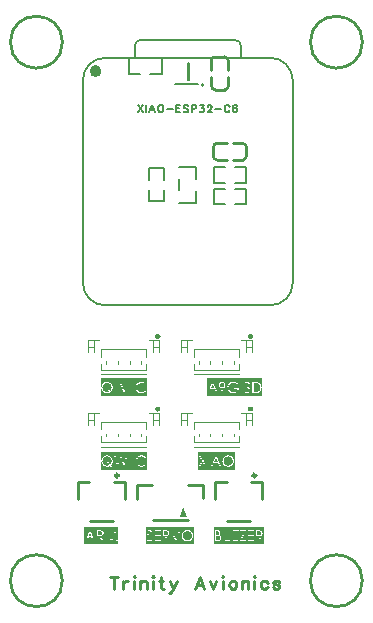
<source format=gto>
G04 Layer: TopSilkscreenLayer*
G04 EasyEDA Pro v2.2.36.7, 2025-07-16 21:13:32*
G04 Gerber Generator version 0.3*
G04 Scale: 100 percent, Rotated: No, Reflected: No*
G04 Dimensions in millimeters*
G04 Leading zeros omitted, absolute positions, 4 integers and 5 decimals*
%FSLAX45Y45*%
%MOMM*%
%ADD10C,0.254*%
%ADD11C,0.1524*%
%ADD12C,0.11999*%
%ADD13C,0.381*%
%ADD14C,0.127*%
%ADD15C,0.1*%
%ADD16C,0.15199*%
%ADD17C,0.5019*%
%ADD18C,0.5*%
G75*


G04 Text Start*
G54D10*
G01X-614426Y-2482850D02*
G01X-614426Y-2582926D01*
G01X-647700Y-2482850D02*
G01X-580898Y-2482850D01*
G01X-532638Y-2516124D02*
G01X-532638Y-2582926D01*
G01X-532638Y-2544826D02*
G01X-527812Y-2530602D01*
G01X-518414Y-2520950D01*
G01X-508762Y-2516124D01*
G01X-494538Y-2516124D01*
G01X-446278Y-2482850D02*
G01X-441452Y-2487676D01*
G01X-436626Y-2482850D01*
G01X-441452Y-2478024D01*
G01X-446278Y-2482850D01*
G01X-441452Y-2516124D02*
G01X-441452Y-2582926D01*
G01X-388366Y-2516124D02*
G01X-388366Y-2582926D01*
G01X-388366Y-2535174D02*
G01X-374142Y-2520950D01*
G01X-364490Y-2516124D01*
G01X-350266Y-2516124D01*
G01X-340614Y-2520950D01*
G01X-336042Y-2535174D01*
G01X-336042Y-2582926D01*
G01X-287782Y-2482850D02*
G01X-282956Y-2487676D01*
G01X-278130Y-2482850D01*
G01X-282956Y-2478024D01*
G01X-287782Y-2482850D01*
G01X-282956Y-2516124D02*
G01X-282956Y-2582926D01*
G01X-215646Y-2482850D02*
G01X-215646Y-2563876D01*
G01X-210820Y-2578100D01*
G01X-201168Y-2582926D01*
G01X-191770Y-2582926D01*
G01X-229870Y-2516124D02*
G01X-196596Y-2516124D01*
G01X-138684Y-2516124D02*
G01X-110236Y-2582926D01*
G01X-81534Y-2516124D02*
G01X-110236Y-2582926D01*
G01X-119634Y-2601976D01*
G01X-129286Y-2611374D01*
G01X-138684Y-2616200D01*
G01X-143510Y-2616200D01*
G01X111506Y-2482850D02*
G01X73406Y-2582926D01*
G01X111506Y-2482850D02*
G01X149606Y-2582926D01*
G01X87630Y-2549652D02*
G01X135382Y-2549652D01*
G01X197866Y-2516124D02*
G01X226568Y-2582926D01*
G01X255016Y-2516124D02*
G01X226568Y-2582926D01*
G01X303276Y-2482850D02*
G01X308102Y-2487676D01*
G01X312928Y-2482850D01*
G01X308102Y-2478024D01*
G01X303276Y-2482850D01*
G01X308102Y-2516124D02*
G01X308102Y-2582926D01*
G01X385064Y-2516124D02*
G01X375412Y-2520950D01*
G01X366014Y-2530602D01*
G01X361188Y-2544826D01*
G01X361188Y-2554224D01*
G01X366014Y-2568702D01*
G01X375412Y-2578100D01*
G01X385064Y-2582926D01*
G01X399288Y-2582926D01*
G01X408940Y-2578100D01*
G01X418338Y-2568702D01*
G01X423164Y-2554224D01*
G01X423164Y-2544826D01*
G01X418338Y-2530602D01*
G01X408940Y-2520950D01*
G01X399288Y-2516124D01*
G01X385064Y-2516124D01*
G01X471424Y-2516124D02*
G01X471424Y-2582926D01*
G01X471424Y-2535174D02*
G01X485648Y-2520950D01*
G01X495300Y-2516124D01*
G01X509524Y-2516124D01*
G01X519176Y-2520950D01*
G01X523748Y-2535174D01*
G01X523748Y-2582926D01*
G01X572008Y-2482850D02*
G01X576834Y-2487676D01*
G01X581660Y-2482850D01*
G01X576834Y-2478024D01*
G01X572008Y-2482850D01*
G01X576834Y-2516124D02*
G01X576834Y-2582926D01*
G01X687070Y-2530602D02*
G01X677672Y-2520950D01*
G01X668020Y-2516124D01*
G01X653796Y-2516124D01*
G01X644144Y-2520950D01*
G01X634746Y-2530602D01*
G01X629920Y-2544826D01*
G01X629920Y-2554224D01*
G01X634746Y-2568702D01*
G01X644144Y-2578100D01*
G01X653796Y-2582926D01*
G01X668020Y-2582926D01*
G01X677672Y-2578100D01*
G01X687070Y-2568702D01*
G01X787654Y-2530602D02*
G01X783082Y-2520950D01*
G01X768604Y-2516124D01*
G01X754380Y-2516124D01*
G01X740156Y-2520950D01*
G01X735330Y-2530602D01*
G01X740156Y-2540000D01*
G01X749554Y-2544826D01*
G01X773430Y-2549652D01*
G01X783082Y-2554224D01*
G01X787654Y-2563876D01*
G01X787654Y-2568702D01*
G01X783082Y-2578100D01*
G01X768604Y-2582926D01*
G01X754380Y-2582926D01*
G01X740156Y-2578100D01*
G01X735330Y-2568702D01*
G36*
G01X-575141Y-2207509D02*
G01X-863007Y-2207509D01*
G01X-863007Y-2178645D01*
G01X-859736Y-2178645D01*
G01X-858630Y-2178934D01*
G01X-854926Y-2179030D01*
G01X-851125Y-2178838D01*
G01X-849730Y-2178260D01*
G01X-849153Y-2176913D01*
G01X-846844Y-2172295D01*
G01X-846074Y-2170371D01*
G01X-843765Y-2165753D01*
G01X-842226Y-2162289D01*
G01X-839917Y-2157671D01*
G01X-839147Y-2155747D01*
G01X-836838Y-2151129D01*
G01X-836068Y-2149782D01*
G01X-830873Y-2149204D01*
G01X-816056Y-2149012D01*
G01X-801287Y-2149204D01*
G01X-796236Y-2149782D01*
G01X-795659Y-2151129D01*
G01X-793350Y-2155747D01*
G01X-791810Y-2159210D01*
G01X-788732Y-2165368D01*
G01X-787962Y-2167292D01*
G01X-784883Y-2173450D01*
G01X-784113Y-2175374D01*
G01X-783344Y-2176913D01*
G01X-782574Y-2178260D01*
G01X-781083Y-2178838D01*
G01X-777379Y-2179030D01*
G01X-772568Y-2179030D01*
G01X-772760Y-2178260D01*
G01X-773338Y-2176913D01*
G01X-774877Y-2173835D01*
G01X-776032Y-2171141D01*
G01X-777571Y-2168062D01*
G01X-778726Y-2165368D01*
G01X-780265Y-2162289D01*
G01X-781420Y-2159595D01*
G01X-782959Y-2156516D01*
G01X-784113Y-2153822D01*
G01X-785653Y-2150744D01*
G01X-786807Y-2148050D01*
G01X-788347Y-2144971D01*
G01X-789501Y-2142277D01*
G01X-791041Y-2139198D01*
G01X-792195Y-2136504D01*
G01X-793638Y-2133618D01*
G01X-757559Y-2133618D01*
G01X-757559Y-2179030D01*
G01X-748707Y-2179030D01*
G01X-748707Y-2136697D01*
G01X-746013Y-2136697D01*
G01X-743849Y-2136937D01*
G01X-742742Y-2137659D01*
G01X-741780Y-2139006D01*
G01X-739471Y-2141892D01*
G01X-737162Y-2144971D01*
G01X-735623Y-2146895D01*
G01X-734468Y-2148435D01*
G01X-732929Y-2150359D01*
G01X-731774Y-2151898D01*
G01X-730235Y-2153822D01*
G01X-727926Y-2156901D01*
G01X-726386Y-2158826D01*
G01X-725232Y-2160365D01*
G01X-723692Y-2162289D01*
G01X-722538Y-2163829D01*
G01X-720998Y-2165753D01*
G01X-718689Y-2168832D01*
G01X-717150Y-2170756D01*
G01X-715995Y-2172295D01*
G01X-714456Y-2174219D01*
G01X-713301Y-2175759D01*
G01X-711762Y-2177683D01*
G01X-710800Y-2178645D01*
G01X-705027Y-2179030D01*
G01X-699832Y-2179030D01*
G01X-685207Y-2179030D01*
G01X-676356Y-2179030D01*
G01X-676356Y-2178068D01*
G01X-675779Y-2173450D01*
G01X-675009Y-2168062D01*
G01X-674624Y-2164983D01*
G01X-673854Y-2159595D01*
G01X-673470Y-2156516D01*
G01X-672700Y-2151129D01*
G01X-672315Y-2148050D01*
G01X-671545Y-2142662D01*
G01X-671160Y-2139583D01*
G01X-670391Y-2134195D01*
G01X-670006Y-2131116D01*
G01X-669236Y-2125729D01*
G01X-668851Y-2122650D01*
G01X-668082Y-2117262D01*
G01X-667889Y-2115722D01*
G01X-667745Y-2114953D01*
G01X-667312Y-2114568D01*
G01X-666831Y-2114616D01*
G01X-666542Y-2115145D01*
G01X-665965Y-2116492D01*
G01X-662117Y-2124189D01*
G01X-660577Y-2127653D01*
G01X-635947Y-2176913D01*
G01X-634985Y-2178453D01*
G01X-633445Y-2179030D01*
G01X-632627Y-2178790D01*
G01X-632098Y-2178068D01*
G01X-626710Y-2167292D01*
G01X-625171Y-2163829D01*
G01X-609007Y-2131501D01*
G01X-608238Y-2129577D01*
G01X-601310Y-2115722D01*
G01X-600541Y-2114953D01*
G01X-600204Y-2115241D01*
G01X-599963Y-2116492D01*
G01X-598809Y-2124574D01*
G01X-598617Y-2126306D01*
G01X-597270Y-2135735D01*
G01X-596885Y-2138813D01*
G01X-595730Y-2146895D01*
G01X-595345Y-2149974D01*
G01X-593806Y-2160750D01*
G01X-593421Y-2163829D01*
G01X-592267Y-2171910D01*
G01X-591882Y-2174989D01*
G01X-591497Y-2177683D01*
G01X-591112Y-2178645D01*
G01X-586686Y-2179030D01*
G01X-582453Y-2179030D01*
G01X-582453Y-2178068D01*
G01X-582645Y-2176529D01*
G01X-586109Y-2152283D01*
G01X-586494Y-2149974D01*
G01X-593421Y-2101483D01*
G01X-593806Y-2099174D01*
G01X-595153Y-2089745D01*
G01X-595730Y-2088591D01*
G01X-596692Y-2088398D01*
G01X-597462Y-2089553D01*
G01X-599001Y-2092632D01*
G01X-600541Y-2096095D01*
G01X-609007Y-2113029D01*
G01X-610547Y-2116492D01*
G01X-619013Y-2133426D01*
G01X-620553Y-2136889D01*
G01X-629789Y-2155362D01*
G01X-630559Y-2157286D01*
G01X-632098Y-2160365D01*
G01X-633060Y-2161904D01*
G01X-633590Y-2162193D01*
G01X-634023Y-2161904D01*
G01X-650956Y-2128038D01*
G01X-652110Y-2125344D01*
G01X-669813Y-2089938D01*
G01X-670776Y-2088591D01*
G01X-671738Y-2088398D01*
G01X-672315Y-2090322D01*
G01X-672700Y-2093016D01*
G01X-673085Y-2095326D01*
G01X-684630Y-2176144D01*
G01X-684630Y-2176144D01*
G01X-685015Y-2178260D01*
G01X-685207Y-2179030D01*
G01X-699832Y-2179030D01*
G01X-700217Y-2178260D01*
G01X-700986Y-2177106D01*
G01X-701756Y-2176144D01*
G01X-702910Y-2174604D01*
G01X-704450Y-2172680D01*
G01X-705604Y-2171141D01*
G01X-707144Y-2169216D01*
G01X-708298Y-2167677D01*
G01X-709838Y-2165753D01*
G01X-712147Y-2162674D01*
G01X-713686Y-2160750D01*
G01X-714841Y-2159210D01*
G01X-716380Y-2157286D01*
G01X-717535Y-2155747D01*
G01X-719074Y-2153822D01*
G01X-721383Y-2150744D01*
G01X-722923Y-2148819D01*
G01X-724077Y-2147280D01*
G01X-725617Y-2145356D01*
G01X-726771Y-2143816D01*
G01X-728310Y-2141892D01*
G01X-729465Y-2140353D01*
G01X-731004Y-2138429D01*
G01X-731582Y-2137274D01*
G01X-731004Y-2136841D01*
G01X-728888Y-2136697D01*
G01X-725424Y-2136504D01*
G01X-721960Y-2136119D01*
G01X-718497Y-2135350D01*
G01X-714456Y-2134003D01*
G01X-712532Y-2133041D01*
G01X-710992Y-2132079D01*
G01X-709838Y-2131309D01*
G01X-708876Y-2130539D01*
G01X-705989Y-2127653D01*
G01X-704835Y-2126113D01*
G01X-703680Y-2124189D01*
G01X-702910Y-2122650D01*
G01X-702141Y-2120918D01*
G01X-701563Y-2118801D01*
G01X-701179Y-2116877D01*
G01X-700794Y-2114183D01*
G01X-700601Y-2111297D01*
G01X-700794Y-2109565D01*
G01X-701179Y-2106486D01*
G01X-701756Y-2104562D01*
G01X-702526Y-2102638D01*
G01X-703295Y-2101098D01*
G01X-704257Y-2099366D01*
G01X-705220Y-2098019D01*
G01X-706759Y-2096095D01*
G01X-707721Y-2095133D01*
G01X-709260Y-2093979D01*
G01X-711185Y-2092632D01*
G01X-714648Y-2090900D01*
G01X-716573Y-2090130D01*
G01X-719267Y-2089360D01*
G01X-721383Y-2088976D01*
G01X-722730Y-2088783D01*
G01X-726579Y-2088398D01*
G01X-742357Y-2088206D01*
G01X-757559Y-2088206D01*
G01X-757559Y-2133618D01*
G01X-757559Y-2133618D01*
G01X-793638Y-2133618D01*
G01X-793735Y-2133426D01*
G01X-794889Y-2130732D01*
G01X-796429Y-2127653D01*
G01X-797583Y-2124959D01*
G01X-799123Y-2121880D01*
G01X-800277Y-2119186D01*
G01X-801817Y-2116108D01*
G01X-802971Y-2113413D01*
G01X-803741Y-2111874D01*
G01X-805280Y-2108410D01*
G01X-806820Y-2105332D01*
G01X-807589Y-2103408D01*
G01X-809129Y-2100329D01*
G01X-810668Y-2096865D01*
G01X-812207Y-2093786D01*
G01X-812977Y-2091862D01*
G01X-813747Y-2090322D01*
G01X-814517Y-2088976D01*
G01X-815094Y-2088398D01*
G01X-816056Y-2088206D01*
G01X-816970Y-2088398D01*
G01X-817403Y-2088976D01*
G01X-817980Y-2090322D01*
G01X-819520Y-2093786D01*
G01X-821829Y-2098404D01*
G01X-822598Y-2100329D01*
G01X-824907Y-2104947D01*
G01X-826062Y-2107641D01*
G01X-828371Y-2112259D01*
G01X-829141Y-2114183D01*
G01X-831450Y-2118801D01*
G01X-832989Y-2122265D01*
G01X-834529Y-2125344D01*
G01X-836068Y-2128808D01*
G01X-838377Y-2133426D01*
G01X-839147Y-2135350D01*
G01X-841456Y-2139968D01*
G01X-842610Y-2142662D01*
G01X-844920Y-2147280D01*
G01X-845689Y-2149204D01*
G01X-847998Y-2153822D01*
G01X-849153Y-2156516D01*
G01X-851462Y-2161135D01*
G01X-852232Y-2163059D01*
G01X-854541Y-2167677D01*
G01X-856080Y-2171141D01*
G01X-857620Y-2174219D01*
G01X-859159Y-2177683D01*
G01X-859159Y-2177683D01*
G01X-859736Y-2178645D01*
G01X-863007Y-2178645D01*
G01X-863007Y-2056263D01*
G01X-575141Y-2056263D01*
G01X-575141Y-2207509D01*
G37*
G36*
G01X-816441Y-2140545D02*
G01X-831257Y-2140353D01*
G01X-831257Y-2139391D01*
G01X-830680Y-2138044D01*
G01X-829910Y-2136504D01*
G01X-828371Y-2133041D01*
G01X-826062Y-2128422D01*
G01X-824907Y-2125729D01*
G01X-822598Y-2121110D01*
G01X-821829Y-2119186D01*
G01X-819520Y-2114568D01*
G01X-817980Y-2111104D01*
G01X-817210Y-2109565D01*
G01X-816248Y-2108218D01*
G01X-815719Y-2108218D01*
G01X-815286Y-2108988D01*
G01X-814517Y-2110719D01*
G01X-812977Y-2113798D01*
G01X-811438Y-2117262D01*
G01X-809129Y-2121880D01*
G01X-808359Y-2123804D01*
G01X-806050Y-2128422D01*
G01X-804895Y-2131116D01*
G01X-803356Y-2134195D01*
G01X-801817Y-2137659D01*
G01X-801047Y-2139198D01*
G01X-800902Y-2139968D01*
G01X-801239Y-2140353D01*
G01X-816441Y-2140545D01*
G37*
G36*
G01X-735430Y-2128230D02*
G01X-739279Y-2128038D01*
G01X-744089Y-2127845D01*
G01X-748707Y-2127845D01*
G01X-748707Y-2097058D01*
G01X-736970Y-2097058D01*
G01X-724654Y-2097250D01*
G01X-721960Y-2097635D01*
G01X-720421Y-2098019D01*
G01X-718689Y-2098597D01*
G01X-717150Y-2099366D01*
G01X-715995Y-2100136D01*
G01X-715033Y-2100906D01*
G01X-714071Y-2101868D01*
G01X-712917Y-2103408D01*
G01X-711762Y-2105332D01*
G01X-710992Y-2107063D01*
G01X-710415Y-2109565D01*
G01X-710030Y-2112066D01*
G01X-710030Y-2113413D01*
G01X-710223Y-2115145D01*
G01X-710607Y-2117069D01*
G01X-711185Y-2118609D01*
G01X-711762Y-2119956D01*
G01X-712532Y-2121110D01*
G01X-713686Y-2122650D01*
G01X-715226Y-2123997D01*
G01X-716380Y-2124766D01*
G01X-717727Y-2125536D01*
G01X-719459Y-2126306D01*
G01X-721383Y-2126883D01*
G01X-723115Y-2127268D01*
G01X-725424Y-2127653D01*
G01X-728888Y-2127845D01*
G01X-731197Y-2128038D01*
G01X-735430Y-2128230D01*
G37*
G36*
G01X610901Y-2128230D02*
G01X607245Y-2128038D01*
G01X602434Y-2127845D01*
G01X597816Y-2127845D01*
G01X597816Y-2097058D01*
G01X609361Y-2097058D01*
G01X621484Y-2097250D01*
G01X624178Y-2097635D01*
G01X625718Y-2098019D01*
G01X627449Y-2098597D01*
G01X628989Y-2099366D01*
G01X630721Y-2100521D01*
G01X632068Y-2101868D01*
G01X632837Y-2102830D01*
G01X633799Y-2104177D01*
G01X634761Y-2106101D01*
G01X635339Y-2107641D01*
G01X635724Y-2109180D01*
G01X636108Y-2111489D01*
G01X636108Y-2114568D01*
G01X635724Y-2116877D01*
G01X635146Y-2118416D01*
G01X634377Y-2119956D01*
G01X633607Y-2121110D01*
G01X632452Y-2122650D01*
G01X630721Y-2124189D01*
G01X629181Y-2125151D01*
G01X627642Y-2125921D01*
G01X626102Y-2126498D01*
G01X624178Y-2127076D01*
G01X622061Y-2127460D01*
G01X620715Y-2127653D01*
G01X614942Y-2128038D01*
G01X610901Y-2128230D01*
G37*
G36*
G01X654389Y-2207509D02*
G01X231055Y-2207509D01*
G01X231055Y-2133618D01*
G01X242216Y-2133618D01*
G01X242216Y-2179030D01*
G01X257225Y-2179030D01*
G01X272811Y-2178838D01*
G01X277045Y-2178068D01*
G01X278777Y-2177491D01*
G01X280701Y-2176721D01*
G01X282433Y-2175951D01*
G01X284165Y-2174989D01*
G01X285896Y-2173835D01*
G01X287243Y-2172872D01*
G01X288205Y-2172103D01*
G01X290130Y-2170179D01*
G01X291092Y-2169024D01*
G01X291861Y-2167869D01*
G01X292824Y-2166522D01*
G01X293786Y-2164983D01*
G01X294555Y-2163444D01*
G01X295325Y-2161327D01*
G01X296095Y-2158826D01*
G01X296480Y-2156516D01*
G01X296672Y-2154977D01*
G01X296865Y-2152476D01*
G01X296672Y-2149974D01*
G01X295902Y-2146126D01*
G01X295325Y-2144586D01*
G01X294555Y-2142662D01*
G01X293786Y-2141315D01*
G01X291861Y-2138429D01*
G01X289552Y-2136119D01*
G01X288205Y-2134965D01*
G01X286858Y-2134003D01*
G01X285704Y-2133233D01*
G01X284357Y-2132463D01*
G01X282818Y-2131694D01*
G01X281086Y-2130924D01*
G01X279161Y-2130154D01*
G01X278344Y-2129769D01*
G01X278199Y-2129385D01*
G01X279354Y-2128422D01*
G01X281278Y-2127076D01*
G01X284357Y-2123997D01*
G01X285319Y-2122842D01*
G01X286089Y-2121688D01*
G01X286858Y-2120341D01*
G01X287628Y-2118801D01*
G01X288205Y-2117262D01*
G01X288590Y-2115722D01*
G01X288975Y-2113798D01*
G01X289360Y-2110912D01*
G01X289360Y-2108795D01*
G01X288975Y-2105716D01*
G01X288590Y-2104177D01*
G01X288013Y-2102445D01*
G01X287243Y-2100713D01*
G01X286474Y-2099174D01*
G01X285704Y-2098019D01*
G01X284549Y-2096480D01*
G01X282240Y-2094171D01*
G01X281086Y-2093209D01*
G01X279931Y-2092439D01*
G01X278584Y-2091669D01*
G01X277045Y-2090900D01*
G01X275698Y-2090322D01*
G01X274158Y-2089745D01*
G01X272619Y-2089360D01*
G01X271272Y-2089168D01*
G01X269348Y-2088783D01*
G01X266269Y-2088398D01*
G01X253377Y-2088206D01*
G01X315337Y-2088206D01*
G01X315337Y-2120726D01*
G01X315530Y-2153822D01*
G01X315915Y-2158056D01*
G01X316684Y-2161904D01*
G01X317261Y-2163636D01*
G01X318031Y-2165368D01*
G01X318801Y-2166908D01*
G01X319763Y-2168639D01*
G01X320725Y-2169986D01*
G01X322265Y-2171910D01*
G01X323227Y-2172872D01*
G01X326113Y-2175182D01*
G01X327460Y-2176144D01*
G01X329384Y-2177298D01*
G01X331308Y-2178260D01*
G01X333040Y-2179030D01*
G01X334772Y-2179608D01*
G01X337851Y-2180377D01*
G01X337851Y-2180377D01*
G01X339968Y-2180954D01*
G01X345933Y-2181339D01*
G01X351321Y-2181147D01*
G01X353245Y-2180762D01*
G01X355361Y-2180185D01*
G01X358440Y-2179030D01*
G01X390383Y-2179030D01*
G01X440798Y-2179030D01*
G01X440798Y-2178645D01*
G01X451766Y-2178645D01*
G01X457875Y-2178934D01*
G01X476589Y-2179030D01*
G01X501604Y-2179030D01*
G01X501604Y-2170179D01*
G01X465813Y-2170179D01*
G01X466005Y-2169216D01*
G01X466583Y-2167485D01*
G01X467352Y-2165753D01*
G01X468892Y-2162674D01*
G01X469661Y-2160750D01*
G01X471201Y-2157671D01*
G01X471971Y-2155747D01*
G01X473510Y-2152668D01*
G01X474280Y-2150744D01*
G01X475819Y-2147665D01*
G01X476589Y-2145741D01*
G01X478128Y-2142662D01*
G01X479668Y-2139198D01*
G01X480437Y-2137659D01*
G01X481977Y-2134195D01*
G01X482265Y-2133618D01*
G01X520077Y-2133618D01*
G01X520077Y-2179030D01*
G01X572031Y-2179030D01*
G01X572031Y-2170179D01*
G01X528928Y-2170179D01*
G01X528928Y-2134388D01*
G01X572031Y-2134388D01*
G01X572031Y-2133618D01*
G01X588580Y-2133618D01*
G01X588580Y-2179030D01*
G01X597816Y-2179030D01*
G01X597816Y-2136697D01*
G01X600318Y-2136697D01*
G01X602338Y-2136937D01*
G01X603396Y-2137659D01*
G01X604551Y-2139006D01*
G01X605321Y-2139968D01*
G01X605898Y-2140930D01*
G01X608207Y-2143816D01*
G01X609361Y-2145356D01*
G01X610901Y-2147280D01*
G01X613210Y-2150359D01*
G01X614749Y-2152283D01*
G01X615904Y-2153822D01*
G01X617443Y-2155747D01*
G01X618598Y-2157286D01*
G01X620137Y-2159210D01*
G01X622446Y-2162289D01*
G01X623986Y-2164213D01*
G01X625140Y-2165753D01*
G01X626680Y-2167677D01*
G01X627834Y-2169216D01*
G01X629374Y-2171141D01*
G01X630528Y-2172680D01*
G01X632068Y-2174604D01*
G01X634377Y-2177683D01*
G01X635531Y-2178645D01*
G01X641304Y-2179030D01*
G01X645008Y-2178886D01*
G01X646115Y-2178453D01*
G01X645537Y-2177491D01*
G01X643228Y-2174604D01*
G01X642074Y-2173065D01*
G01X640534Y-2171141D01*
G01X638225Y-2168062D01*
G01X636686Y-2166138D01*
G01X635531Y-2164598D01*
G01X633992Y-2162674D01*
G01X632837Y-2161135D01*
G01X631298Y-2159210D01*
G01X628989Y-2156132D01*
G01X627449Y-2154208D01*
G01X626295Y-2152668D01*
G01X624755Y-2150744D01*
G01X623601Y-2149204D01*
G01X622061Y-2147280D01*
G01X619752Y-2144201D01*
G01X618213Y-2142277D01*
G01X617058Y-2140738D01*
G01X615519Y-2138813D01*
G01X614749Y-2137659D01*
G01X614605Y-2137178D01*
G01X614942Y-2136889D01*
G01X620715Y-2136504D01*
G01X624178Y-2136119D01*
G01X628027Y-2135350D01*
G01X629566Y-2134772D01*
G01X631683Y-2134003D01*
G01X633415Y-2133233D01*
G01X634954Y-2132271D01*
G01X636878Y-2130924D01*
G01X640534Y-2127268D01*
G01X641496Y-2125921D01*
G01X642458Y-2124189D01*
G01X643228Y-2122650D01*
G01X643998Y-2120918D01*
G01X644768Y-2118416D01*
G01X645345Y-2115338D01*
G01X645537Y-2111489D01*
G01X645345Y-2108795D01*
G01X644575Y-2104947D01*
G01X643998Y-2103408D01*
G01X643228Y-2101483D01*
G01X642458Y-2100136D01*
G01X641496Y-2098789D01*
G01X640149Y-2096865D01*
G01X638802Y-2095518D01*
G01X636878Y-2093979D01*
G01X635339Y-2092824D01*
G01X633415Y-2091669D01*
G01X631875Y-2090900D01*
G01X630336Y-2090322D01*
G01X628796Y-2089938D01*
G01X627065Y-2089360D01*
G01X624948Y-2088976D01*
G01X623408Y-2088783D01*
G01X619560Y-2088398D01*
G01X603781Y-2088206D01*
G01X588580Y-2088206D01*
G01X588580Y-2133618D01*
G01X588580Y-2133618D01*
G01X572031Y-2133618D01*
G01X572031Y-2125536D01*
G01X528928Y-2125536D01*
G01X528928Y-2097058D01*
G01X572031Y-2097058D01*
G01X572224Y-2096095D01*
G01X572416Y-2091669D01*
G01X572416Y-2088206D01*
G01X520077Y-2088206D01*
G01X520077Y-2133618D01*
G01X520077Y-2133618D01*
G01X482265Y-2133618D01*
G01X482746Y-2132656D01*
G01X484286Y-2129192D01*
G01X485825Y-2126113D01*
G01X486595Y-2124189D01*
G01X488134Y-2121110D01*
G01X488904Y-2119186D01*
G01X490443Y-2116108D01*
G01X491213Y-2114183D01*
G01X492752Y-2111104D01*
G01X493522Y-2109180D01*
G01X495061Y-2106101D01*
G01X496601Y-2102638D01*
G01X497371Y-2101098D01*
G01X498910Y-2097635D01*
G01X499680Y-2096095D01*
G01X501219Y-2092632D01*
G01X501989Y-2091092D01*
G01X502758Y-2089360D01*
G01X503143Y-2088206D01*
G01X455422Y-2088206D01*
G01X455422Y-2096672D01*
G01X489674Y-2096672D01*
G01X489481Y-2097635D01*
G01X488904Y-2099174D01*
G01X487365Y-2102638D01*
G01X485825Y-2105716D01*
G01X484671Y-2108410D01*
G01X483131Y-2111489D01*
G01X481977Y-2114183D01*
G01X480437Y-2117262D01*
G01X479283Y-2119956D01*
G01X477743Y-2123035D01*
G01X476589Y-2125729D01*
G01X475049Y-2128808D01*
G01X473895Y-2131501D01*
G01X472355Y-2134580D01*
G01X471201Y-2137274D01*
G01X469661Y-2140353D01*
G01X468507Y-2143047D01*
G01X466968Y-2146126D01*
G01X465813Y-2148819D01*
G01X464274Y-2151898D01*
G01X463119Y-2154592D01*
G01X461580Y-2157671D01*
G01X460425Y-2160365D01*
G01X458886Y-2163444D01*
G01X457731Y-2166138D01*
G01X456192Y-2169216D01*
G01X455037Y-2171910D01*
G01X453498Y-2174989D01*
G01X452343Y-2177683D01*
G01X452343Y-2177683D01*
G01X451766Y-2178645D01*
G01X440798Y-2178645D01*
G01X440798Y-2170179D01*
G01X404622Y-2170179D01*
G01X404815Y-2169409D01*
G01X405392Y-2168062D01*
G01X406931Y-2164598D01*
G01X408471Y-2161519D01*
G01X409625Y-2158826D01*
G01X410395Y-2157286D01*
G01X411934Y-2153822D01*
G01X412704Y-2152283D01*
G01X414243Y-2148819D01*
G01X415013Y-2147280D01*
G01X416552Y-2143816D01*
G01X418092Y-2140738D01*
G01X418861Y-2138813D01*
G01X420401Y-2135735D01*
G01X421171Y-2133810D01*
G01X422710Y-2130732D01*
G01X423480Y-2128808D01*
G01X425019Y-2125729D01*
G01X425789Y-2123804D01*
G01X427328Y-2120726D01*
G01X428868Y-2117262D01*
G01X429637Y-2115722D01*
G01X431177Y-2112259D01*
G01X431946Y-2110719D01*
G01X433486Y-2107256D01*
G01X435025Y-2104177D01*
G01X435795Y-2102253D01*
G01X437334Y-2099174D01*
G01X438104Y-2097250D01*
G01X439643Y-2094171D01*
G01X440413Y-2092247D01*
G01X441952Y-2089168D01*
G01X442337Y-2088206D01*
G01X394616Y-2088206D01*
G01X394616Y-2096672D01*
G01X428868Y-2096672D01*
G01X428675Y-2097442D01*
G01X426943Y-2101483D01*
G01X425404Y-2104562D01*
G01X424249Y-2107256D01*
G01X422710Y-2110335D01*
G01X421555Y-2113029D01*
G01X420016Y-2116108D01*
G01X418861Y-2118801D01*
G01X417322Y-2121880D01*
G01X416168Y-2124574D01*
G01X414628Y-2127653D01*
G01X413474Y-2130347D01*
G01X411934Y-2133426D01*
G01X410780Y-2136119D01*
G01X409240Y-2139198D01*
G01X408086Y-2141892D01*
G01X406546Y-2144971D01*
G01X405392Y-2147665D01*
G01X403852Y-2150744D01*
G01X402698Y-2153438D01*
G01X401158Y-2156516D01*
G01X400004Y-2159210D01*
G01X398465Y-2162289D01*
G01X397310Y-2164983D01*
G01X395771Y-2168062D01*
G01X394616Y-2170756D01*
G01X393077Y-2173835D01*
G01X391922Y-2176529D01*
G01X391922Y-2176529D01*
G01X390960Y-2178068D01*
G01X390383Y-2179030D01*
G01X358440Y-2179030D01*
G01X359980Y-2178260D01*
G01X361519Y-2177298D01*
G01X363251Y-2176144D01*
G01X364598Y-2174989D01*
G01X368446Y-2171141D01*
G01X369408Y-2169794D01*
G01X370563Y-2168062D01*
G01X371525Y-2166330D01*
G01X372295Y-2164598D01*
G01X373065Y-2162674D01*
G01X373642Y-2160558D01*
G01X374027Y-2158826D01*
G01X374411Y-2156901D01*
G01X374796Y-2154592D01*
G01X374989Y-2152668D01*
G01X375181Y-2151129D01*
G01X375566Y-2142662D01*
G01X375758Y-2115145D01*
G01X375758Y-2088206D01*
G01X366522Y-2088206D01*
G01X366522Y-2119763D01*
G01X366330Y-2151898D01*
G01X365945Y-2156516D01*
G01X365560Y-2158056D01*
G01X364983Y-2159788D01*
G01X364213Y-2161519D01*
G01X363443Y-2163059D01*
G01X362674Y-2164213D01*
G01X361519Y-2165753D01*
G01X359210Y-2168062D01*
G01X358248Y-2168832D01*
G01X356901Y-2169601D01*
G01X355169Y-2170563D01*
G01X353437Y-2171333D01*
G01X351705Y-2171910D01*
G01X350166Y-2172295D01*
G01X347857Y-2172680D01*
G01X344393Y-2172872D01*
G01X342084Y-2172680D01*
G01X340352Y-2172295D01*
G01X338428Y-2171718D01*
G01X336889Y-2171141D01*
G01X335542Y-2170563D01*
G01X334002Y-2169794D01*
G01X332655Y-2169024D01*
G01X331308Y-2168062D01*
G01X329961Y-2166908D01*
G01X328999Y-2165945D01*
G01X328230Y-2164983D01*
G01X327652Y-2164021D01*
G01X326883Y-2162674D01*
G01X326113Y-2160942D01*
G01X325536Y-2159210D01*
G01X325151Y-2157671D01*
G01X324766Y-2155362D01*
G01X324574Y-2152283D01*
G01X324381Y-2150359D01*
G01X324189Y-2118994D01*
G01X324189Y-2088206D01*
G01X315337Y-2088206D01*
G01X253377Y-2088206D01*
G01X242216Y-2088206D01*
G01X242216Y-2133618D01*
G01X242216Y-2133618D01*
G01X231055Y-2133618D01*
G01X231055Y-2056263D01*
G01X654389Y-2056263D01*
G01X654389Y-2207509D01*
G37*
G36*
G01X259919Y-2170179D02*
G01X251260Y-2169986D01*
G01X251068Y-2152476D01*
G01X251068Y-2135158D01*
G01X256071Y-2135158D01*
G01X261651Y-2135350D01*
G01X268578Y-2135735D01*
G01X271657Y-2136119D01*
G01X273196Y-2136504D01*
G01X274928Y-2137082D01*
G01X276468Y-2137659D01*
G01X277815Y-2138236D01*
G01X279354Y-2139198D01*
G01X281278Y-2140545D01*
G01X283587Y-2142854D01*
G01X284357Y-2143816D01*
G01X284934Y-2144779D01*
G01X285704Y-2146126D01*
G01X286474Y-2147858D01*
G01X287051Y-2150359D01*
G01X287243Y-2154400D01*
G01X287051Y-2157286D01*
G01X286474Y-2159018D01*
G01X285704Y-2160750D01*
G01X284742Y-2162289D01*
G01X283587Y-2163636D01*
G01X281663Y-2165560D01*
G01X280124Y-2166715D01*
G01X278199Y-2167869D01*
G01X276083Y-2168639D01*
G01X273966Y-2169216D01*
G01X272042Y-2169601D01*
G01X270310Y-2169794D01*
G01X268963Y-2169986D01*
G01X259919Y-2170179D01*
G37*
G36*
G01X254339Y-2126306D02*
G01X251260Y-2126113D01*
G01X251068Y-2111489D01*
G01X251068Y-2097058D01*
G01X258957Y-2097058D01*
G01X267424Y-2097250D01*
G01X269348Y-2097635D01*
G01X271465Y-2098212D01*
G01X273004Y-2098789D01*
G01X274736Y-2099751D01*
G01X276275Y-2100906D01*
G01X277237Y-2102060D01*
G01X278199Y-2103600D01*
G01X279161Y-2105524D01*
G01X279739Y-2107641D01*
G01X279931Y-2111104D01*
G01X279739Y-2114183D01*
G01X279161Y-2115915D01*
G01X278199Y-2117839D01*
G01X277237Y-2119186D01*
G01X276083Y-2120726D01*
G01X274736Y-2121880D01*
G01X273774Y-2122458D01*
G01X272427Y-2123419D01*
G01X270310Y-2124382D01*
G01X268193Y-2124959D01*
G01X266269Y-2125344D01*
G01X263960Y-2125729D01*
G01X260496Y-2125921D01*
G01X257802Y-2126113D01*
G01X254339Y-2126306D01*
G37*
G36*
G01X64885Y-2207514D02*
G01X-343439Y-2207514D01*
G01X-343439Y-2162487D01*
G01X-341611Y-2162487D01*
G01X-341515Y-2163064D01*
G01X-340553Y-2164603D01*
G01X-339398Y-2166528D01*
G01X-338051Y-2168452D01*
G01X-335742Y-2171531D01*
G01X-333433Y-2173840D01*
G01X-332086Y-2174994D01*
G01X-330739Y-2175957D01*
G01X-329777Y-2176726D01*
G01X-328623Y-2177496D01*
G01X-325544Y-2179035D01*
G01X-324197Y-2179613D01*
G01X-322657Y-2180190D01*
G01X-320541Y-2180767D01*
G01X-320541Y-2180767D01*
G01X-319001Y-2181152D01*
G01X-314576Y-2181344D01*
G01X-309765Y-2181152D01*
G01X-308033Y-2180767D01*
G01X-306109Y-2180190D01*
G01X-304570Y-2179613D01*
G01X-303223Y-2179035D01*
G01X-301683Y-2178265D01*
G01X-300336Y-2177496D01*
G01X-298989Y-2176534D01*
G01X-297642Y-2175379D01*
G01X-294756Y-2172493D01*
G01X-293601Y-2171146D01*
G01X-292639Y-2169799D01*
G01X-291870Y-2168644D01*
G01X-291100Y-2167297D01*
G01X-290330Y-2165565D01*
G01X-289561Y-2163257D01*
G01X-288983Y-2160370D01*
G01X-288791Y-2155944D01*
G01X-288983Y-2152673D01*
G01X-289561Y-2150749D01*
G01X-290330Y-2148440D01*
G01X-291100Y-2146708D01*
G01X-292639Y-2144014D01*
G01X-293601Y-2142475D01*
G01X-294564Y-2141128D01*
G01X-296103Y-2139203D01*
G01X-299951Y-2135355D01*
G01X-301972Y-2133623D01*
G01X-269164Y-2133623D01*
G01X-269164Y-2179035D01*
G01X-217209Y-2179035D01*
G01X-217209Y-2170184D01*
G01X-260312Y-2170184D01*
G01X-260312Y-2134393D01*
G01X-217209Y-2134393D01*
G01X-217209Y-2133623D01*
G01X-200661Y-2133623D01*
G01X-200661Y-2179035D01*
G01X-191424Y-2179035D01*
G01X-191424Y-2136702D01*
G01X-188923Y-2136702D01*
G01X-186902Y-2136942D01*
G01X-185844Y-2137664D01*
G01X-184689Y-2139011D01*
G01X-183920Y-2139973D01*
G01X-183342Y-2140935D01*
G01X-181033Y-2143821D01*
G01X-179879Y-2145361D01*
G01X-178339Y-2147285D01*
G01X-176030Y-2150364D01*
G01X-174491Y-2152288D01*
G01X-173336Y-2153828D01*
G01X-171797Y-2155752D01*
G01X-170642Y-2157291D01*
G01X-169103Y-2159215D01*
G01X-166794Y-2162294D01*
G01X-165254Y-2164218D01*
G01X-164100Y-2165758D01*
G01X-162561Y-2167682D01*
G01X-161406Y-2169221D01*
G01X-159867Y-2171146D01*
G01X-158712Y-2172685D01*
G01X-157173Y-2174610D01*
G01X-154864Y-2177688D01*
G01X-153709Y-2178650D01*
G01X-147936Y-2179035D01*
G01X-144232Y-2178891D01*
G01X-143126Y-2178458D01*
G01X-143703Y-2177496D01*
G01X-146012Y-2174610D01*
G01X-147167Y-2173070D01*
G01X-148706Y-2171146D01*
G01X-151015Y-2168067D01*
G01X-152554Y-2166143D01*
G01X-153709Y-2164603D01*
G01X-155248Y-2162679D01*
G01X-156403Y-2161140D01*
G01X-157942Y-2159215D01*
G01X-160251Y-2156137D01*
G01X-161791Y-2154213D01*
G01X-162945Y-2152673D01*
G01X-164485Y-2150749D01*
G01X-165639Y-2149210D01*
G01X-167179Y-2147285D01*
G01X-168333Y-2145746D01*
G01X-169873Y-2143821D01*
G01X-172182Y-2140743D01*
G01X-173721Y-2138818D01*
G01X-174491Y-2137664D01*
G01X-174635Y-2137183D01*
G01X-174298Y-2136894D01*
G01X-168526Y-2136510D01*
G01X-165062Y-2136125D01*
G01X-161214Y-2135355D01*
G01X-159674Y-2134778D01*
G01X-157557Y-2134008D01*
G01X-155826Y-2133238D01*
G01X-154286Y-2132276D01*
G01X-152362Y-2130929D01*
G01X-149091Y-2127658D01*
G01X-148321Y-2126696D01*
G01X-147359Y-2125349D01*
G01X-145627Y-2121885D01*
G01X-145050Y-2120346D01*
G01X-144280Y-2117267D01*
G01X-143895Y-2115343D01*
G01X-143703Y-2111879D01*
G01X-143895Y-2108800D01*
G01X-144665Y-2104952D01*
G01X-145242Y-2103413D01*
G01X-146012Y-2101488D01*
G01X-146782Y-2100141D01*
G01X-147744Y-2098794D01*
G01X-149091Y-2096870D01*
G01X-150438Y-2095523D01*
G01X-152362Y-2093984D01*
G01X-153901Y-2092829D01*
G01X-155826Y-2091675D01*
G01X-157365Y-2090905D01*
G01X-158904Y-2090328D01*
G01X-160444Y-2089943D01*
G01X-162176Y-2089365D01*
G01X-164292Y-2088981D01*
G01X-165832Y-2088788D01*
G01X-169680Y-2088403D01*
G01X-185459Y-2088211D01*
G01X-131003Y-2088211D01*
G01X-130618Y-2089173D01*
G01X-129079Y-2092637D01*
G01X-128309Y-2094561D01*
G01X-126770Y-2098025D01*
G01X-126000Y-2099949D01*
G01X-124461Y-2103413D01*
G01X-123691Y-2105337D01*
G01X-122151Y-2108800D01*
G01X-121382Y-2110725D01*
G01X-119842Y-2114188D01*
G01X-119073Y-2116113D01*
G01X-117533Y-2119576D01*
G01X-116764Y-2121500D01*
G01X-115224Y-2124964D01*
G01X-114454Y-2126888D01*
G01X-112915Y-2130352D01*
G01X-112145Y-2132276D01*
G01X-110606Y-2135740D01*
G01X-109836Y-2137664D01*
G01X-108297Y-2141128D01*
G01X-107527Y-2143052D01*
G01X-105988Y-2146515D01*
G01X-105218Y-2148440D01*
G01X-103679Y-2151903D01*
G01X-102909Y-2153828D01*
G01X-101370Y-2157291D01*
G01X-100600Y-2159215D01*
G01X-99061Y-2162679D01*
G01X-98291Y-2164603D01*
G01X-96751Y-2168067D01*
G01X-95982Y-2169991D01*
G01X-94442Y-2173455D01*
G01X-93673Y-2175379D01*
G01X-92903Y-2177111D01*
G01X-92903Y-2177111D01*
G01X-92326Y-2178458D01*
G01X-91893Y-2178891D01*
G01X-90979Y-2179035D01*
G01X-90065Y-2178843D01*
G01X-89632Y-2178265D01*
G01X-89054Y-2176726D01*
G01X-86745Y-2171531D01*
G01X-85976Y-2169607D01*
G01X-82897Y-2162679D01*
G01X-82127Y-2160755D01*
G01X-81357Y-2159215D01*
G01X-77894Y-2151134D01*
G01X-76354Y-2147670D01*
G01X-74045Y-2142282D01*
G01X-72506Y-2138818D01*
G01X-70527Y-2134200D01*
G01X-39024Y-2134200D01*
G01X-38832Y-2136894D01*
G01X-38447Y-2141128D01*
G01X-38062Y-2143821D01*
G01X-37485Y-2145746D01*
G01X-36907Y-2148055D01*
G01X-35753Y-2151518D01*
G01X-35176Y-2153058D01*
G01X-33636Y-2156137D01*
G01X-32674Y-2157676D01*
G01X-31520Y-2159600D01*
G01X-30173Y-2161525D01*
G01X-27094Y-2165373D01*
G01X-23823Y-2168644D01*
G01X-21898Y-2170184D01*
G01X-20936Y-2171146D01*
G01X-19974Y-2171915D01*
G01X-19012Y-2172493D01*
G01X-17665Y-2173455D01*
G01X-14586Y-2175379D01*
G01X-11123Y-2177111D01*
G01X-9391Y-2177881D01*
G01X-5157Y-2179420D01*
G01X-2656Y-2179997D01*
G01X-2656Y-2179997D01*
G01X3117Y-2181152D01*
G01X9274Y-2181344D01*
G01X15432Y-2181152D01*
G01X18126Y-2180767D01*
G01X21974Y-2179997D01*
G01X26015Y-2178650D01*
G01X28132Y-2177881D01*
G01X31211Y-2176341D01*
G01X32943Y-2175379D01*
G01X36021Y-2173455D01*
G01X37368Y-2172493D01*
G01X39293Y-2170953D01*
G01X40255Y-2169991D01*
G01X42564Y-2168067D01*
G01X43526Y-2167105D01*
G01X46989Y-2163064D01*
G01X47952Y-2161717D01*
G01X48721Y-2160755D01*
G01X49491Y-2159600D01*
G01X50453Y-2158061D01*
G01X51608Y-2156137D01*
G01X52377Y-2154405D01*
G01X52955Y-2153058D01*
G01X53724Y-2151326D01*
G01X54494Y-2149210D01*
G01X55264Y-2146900D01*
G01X55841Y-2144207D01*
G01X56226Y-2142282D01*
G01X56611Y-2139588D01*
G01X56996Y-2135740D01*
G01X57188Y-2132853D01*
G01X56996Y-2129967D01*
G01X56611Y-2125734D01*
G01X56226Y-2123040D01*
G01X55649Y-2121115D01*
G01X55071Y-2118807D01*
G01X53339Y-2114188D01*
G01X51800Y-2111110D01*
G01X50261Y-2108415D01*
G01X49299Y-2106876D01*
G01X48336Y-2105529D01*
G01X47567Y-2104567D01*
G01X46412Y-2103028D01*
G01X40447Y-2097063D01*
G01X37368Y-2094753D01*
G01X36021Y-2093791D01*
G01X34482Y-2092829D01*
G01X31788Y-2091290D01*
G01X30056Y-2090520D01*
G01X28517Y-2089750D01*
G01X26785Y-2088981D01*
G01X24476Y-2088211D01*
G01X22359Y-2087634D01*
G01X20050Y-2087057D01*
G01X16971Y-2086479D01*
G01X13893Y-2086094D01*
G01X7735Y-2085902D01*
G01X2347Y-2086094D01*
G01X-1886Y-2086864D01*
G01X-4965Y-2087634D01*
G01X-6697Y-2088211D01*
G01X-10545Y-2089750D01*
G01X-12277Y-2090520D01*
G01X-13817Y-2091290D01*
G01X-15164Y-2092060D01*
G01X-16318Y-2092829D01*
G01X-17857Y-2093791D01*
G01X-19204Y-2094753D01*
G01X-20744Y-2095908D01*
G01X-22668Y-2097447D01*
G01X-26901Y-2101681D01*
G01X-29211Y-2104567D01*
G01X-29788Y-2105529D01*
G01X-30750Y-2106876D01*
G01X-32674Y-2109955D01*
G01X-34406Y-2113418D01*
G01X-34983Y-2114765D01*
G01X-35561Y-2116305D01*
G01X-36330Y-2118229D01*
G01X-36907Y-2120346D01*
G01X-37677Y-2123425D01*
G01X-38062Y-2125349D01*
G01X-38447Y-2127658D01*
G01X-38639Y-2129967D01*
G01X-38832Y-2131507D01*
G01X-39024Y-2134200D01*
G01X-70527Y-2134200D01*
G01X-70197Y-2133431D01*
G01X-68657Y-2129967D01*
G01X-66348Y-2124579D01*
G01X-64809Y-2121115D01*
G01X-62500Y-2115728D01*
G01X-60961Y-2112264D01*
G01X-58651Y-2106876D01*
G01X-57112Y-2103413D01*
G01X-55957Y-2100718D01*
G01X-54418Y-2097255D01*
G01X-52109Y-2091867D01*
G01X-51339Y-2090135D01*
G01X-50570Y-2088596D01*
G01X-51532Y-2088307D01*
G01X-55188Y-2088211D01*
G01X-60191Y-2088211D01*
G01X-60576Y-2089365D01*
G01X-61345Y-2091097D01*
G01X-63654Y-2096485D01*
G01X-65194Y-2099949D01*
G01X-66348Y-2102643D01*
G01X-67888Y-2106107D01*
G01X-70197Y-2111494D01*
G01X-71736Y-2114958D01*
G01X-72891Y-2117652D01*
G01X-74430Y-2121115D01*
G01X-76739Y-2126503D01*
G01X-78279Y-2129967D01*
G01X-79433Y-2132661D01*
G01X-80973Y-2136125D01*
G01X-83282Y-2141513D01*
G01X-84821Y-2144976D01*
G01X-85976Y-2147670D01*
G01X-87515Y-2151134D01*
G01X-89824Y-2156521D01*
G01X-90594Y-2157676D01*
G01X-90979Y-2157917D01*
G01X-91364Y-2157484D01*
G01X-92133Y-2155752D01*
G01X-92903Y-2153828D01*
G01X-94442Y-2150364D01*
G01X-95212Y-2148440D01*
G01X-96751Y-2144976D01*
G01X-97521Y-2143052D01*
G01X-99061Y-2139588D01*
G01X-99830Y-2137664D01*
G01X-101370Y-2134200D01*
G01X-102139Y-2132276D01*
G01X-103679Y-2128813D01*
G01X-104448Y-2126888D01*
G01X-105988Y-2123425D01*
G01X-106757Y-2121500D01*
G01X-108297Y-2118037D01*
G01X-109067Y-2116113D01*
G01X-110606Y-2112649D01*
G01X-111376Y-2110725D01*
G01X-112915Y-2107261D01*
G01X-113685Y-2105337D01*
G01X-115224Y-2101873D01*
G01X-115994Y-2099949D01*
G01X-117533Y-2096485D01*
G01X-118303Y-2094561D01*
G01X-119842Y-2091097D01*
G01X-120997Y-2088211D01*
G01X-131003Y-2088211D01*
G01X-185459Y-2088211D01*
G01X-200661Y-2088211D01*
G01X-200661Y-2133623D01*
G01X-200661Y-2133623D01*
G01X-217209Y-2133623D01*
G01X-217209Y-2125541D01*
G01X-260312Y-2125541D01*
G01X-260312Y-2097063D01*
G01X-217209Y-2097063D01*
G01X-217017Y-2096100D01*
G01X-216824Y-2091675D01*
G01X-216824Y-2088211D01*
G01X-269164Y-2088211D01*
G01X-269164Y-2133623D01*
G01X-269164Y-2133623D01*
G01X-301972Y-2133623D01*
G01X-305339Y-2130737D01*
G01X-306301Y-2129967D01*
G01X-307264Y-2129390D01*
G01X-308226Y-2128620D01*
G01X-317462Y-2121693D01*
G01X-319386Y-2120153D01*
G01X-323235Y-2116305D01*
G01X-324004Y-2115343D01*
G01X-324582Y-2114188D01*
G01X-325351Y-2112841D01*
G01X-326121Y-2110917D01*
G01X-326506Y-2108800D01*
G01X-326698Y-2107261D01*
G01X-326698Y-2104952D01*
G01X-326121Y-2102450D01*
G01X-325351Y-2100911D01*
G01X-324582Y-2099757D01*
G01X-323812Y-2098794D01*
G01X-322657Y-2097832D01*
G01X-321503Y-2097063D01*
G01X-320156Y-2096293D01*
G01X-317847Y-2095523D01*
G01X-314191Y-2095138D01*
G01X-311304Y-2095331D01*
G01X-309765Y-2095715D01*
G01X-308226Y-2096293D01*
G01X-306686Y-2097063D01*
G01X-305339Y-2097832D01*
G01X-304377Y-2098602D01*
G01X-300529Y-2102450D01*
G01X-298220Y-2105337D01*
G01X-297450Y-2105914D01*
G01X-296488Y-2105337D01*
G01X-295526Y-2104567D01*
G01X-294564Y-2103990D01*
G01X-293601Y-2103220D01*
G01X-292062Y-2102065D01*
G01X-290715Y-2100718D01*
G01X-290571Y-2100189D01*
G01X-290907Y-2099757D01*
G01X-291870Y-2098602D01*
G01X-292639Y-2097447D01*
G01X-293409Y-2096485D01*
G01X-297257Y-2092637D01*
G01X-298604Y-2091482D01*
G01X-301298Y-2089558D01*
G01X-304762Y-2087826D01*
G01X-306494Y-2087057D01*
G01X-308995Y-2086479D01*
G01X-310920Y-2086094D01*
G01X-314768Y-2085902D01*
G01X-318617Y-2086094D01*
G01X-320156Y-2086479D01*
G01X-321888Y-2087057D01*
G01X-323812Y-2087826D01*
G01X-325736Y-2088788D01*
G01X-327468Y-2089943D01*
G01X-328815Y-2091097D01*
G01X-330739Y-2093021D01*
G01X-331509Y-2093984D01*
G01X-332471Y-2095331D01*
G01X-333433Y-2096870D01*
G01X-334203Y-2098410D01*
G01X-334973Y-2100526D01*
G01X-335550Y-2103028D01*
G01X-335935Y-2104952D01*
G01X-336127Y-2107646D01*
G01X-335935Y-2110340D01*
G01X-335550Y-2112264D01*
G01X-334973Y-2114381D01*
G01X-333433Y-2117844D01*
G01X-332471Y-2119384D01*
G01X-331317Y-2121115D01*
G01X-330162Y-2122463D01*
G01X-327276Y-2125349D01*
G01X-322657Y-2129197D01*
G01X-319771Y-2131507D01*
G01X-318809Y-2132084D01*
G01X-315923Y-2134393D01*
G01X-314383Y-2135547D01*
G01X-312459Y-2137087D01*
G01X-311112Y-2138241D01*
G01X-310150Y-2139011D01*
G01X-308226Y-2140935D01*
G01X-306301Y-2142475D01*
G01X-303992Y-2145168D01*
G01X-303030Y-2146131D01*
G01X-302068Y-2147478D01*
G01X-300914Y-2149210D01*
G01X-299951Y-2150941D01*
G01X-299182Y-2152865D01*
G01X-298604Y-2155367D01*
G01X-298412Y-2158253D01*
G01X-298604Y-2160370D01*
G01X-298989Y-2161717D01*
G01X-299567Y-2163257D01*
G01X-300529Y-2164988D01*
G01X-301876Y-2166913D01*
G01X-303223Y-2168260D01*
G01X-304570Y-2169221D01*
G01X-306301Y-2170376D01*
G01X-308033Y-2171146D01*
G01X-309573Y-2171723D01*
G01X-312074Y-2172300D01*
G01X-316307Y-2172493D01*
G01X-319579Y-2172108D01*
G01X-321118Y-2171531D01*
G01X-322465Y-2170953D01*
G01X-324004Y-2169991D01*
G01X-325929Y-2168644D01*
G01X-328238Y-2166335D01*
G01X-330162Y-2164026D01*
G01X-330932Y-2163064D01*
G01X-331701Y-2161717D01*
G01X-332856Y-2159985D01*
G01X-333818Y-2158446D01*
G01X-334251Y-2158061D01*
G01X-334780Y-2158061D01*
G01X-335935Y-2158638D01*
G01X-337474Y-2159600D01*
G01X-339398Y-2160755D01*
G01X-341130Y-2161910D01*
G01X-341611Y-2162487D01*
G01X-343439Y-2162487D01*
G01X-343439Y-2056269D01*
G01X64885Y-2056269D01*
G01X64885Y-2207514D01*
G37*
G36*
G01X-178339Y-2128235D02*
G01X-181995Y-2128043D01*
G01X-186806Y-2127850D01*
G01X-191424Y-2127850D01*
G01X-191424Y-2097063D01*
G01X-179879Y-2097063D01*
G01X-167756Y-2097255D01*
G01X-165062Y-2097640D01*
G01X-163523Y-2098025D01*
G01X-161791Y-2098602D01*
G01X-160251Y-2099371D01*
G01X-158520Y-2100526D01*
G01X-157173Y-2101873D01*
G01X-156403Y-2102835D01*
G01X-155441Y-2104182D01*
G01X-154479Y-2106107D01*
G01X-153901Y-2107646D01*
G01X-153517Y-2109185D01*
G01X-153132Y-2111494D01*
G01X-153132Y-2114573D01*
G01X-153517Y-2116882D01*
G01X-154094Y-2118421D01*
G01X-154864Y-2119961D01*
G01X-155633Y-2121115D01*
G01X-156788Y-2122655D01*
G01X-158520Y-2124194D01*
G01X-160059Y-2125157D01*
G01X-161598Y-2125926D01*
G01X-163138Y-2126503D01*
G01X-165062Y-2127081D01*
G01X-167179Y-2127465D01*
G01X-168526Y-2127658D01*
G01X-174298Y-2128043D01*
G01X-178339Y-2128235D01*
G37*
G36*
G01X8889Y-2172493D02*
G01X3886Y-2172300D01*
G01X2347Y-2172108D01*
G01X423Y-2171915D01*
G01X-1501Y-2171338D01*
G01X-4003Y-2170568D01*
G01X-6120Y-2169799D01*
G01X-7851Y-2169029D01*
G01X-9583Y-2168067D01*
G01X-11507Y-2166913D01*
G01X-13047Y-2165950D01*
G01X-14586Y-2164796D01*
G01X-15933Y-2163641D01*
G01X-16895Y-2162871D01*
G01X-19782Y-2159985D01*
G01X-20936Y-2158446D01*
G01X-22476Y-2156521D01*
G01X-23630Y-2154790D01*
G01X-25170Y-2152096D01*
G01X-25939Y-2150364D01*
G01X-26709Y-2148825D01*
G01X-27286Y-2147285D01*
G01X-27864Y-2145553D01*
G01X-28441Y-2143437D01*
G01X-28826Y-2141513D01*
G01X-29211Y-2138818D01*
G01X-29403Y-2133238D01*
G01X-29211Y-2127658D01*
G01X-28441Y-2123425D01*
G01X-27094Y-2119384D01*
G01X-26324Y-2117652D01*
G01X-25170Y-2114958D01*
G01X-24207Y-2113418D01*
G01X-21898Y-2109955D01*
G01X-20744Y-2108608D01*
G01X-18820Y-2106299D01*
G01X-17857Y-2105337D01*
G01X-15933Y-2103797D01*
G01X-14586Y-2102643D01*
G01X-11123Y-2100334D01*
G01X-6120Y-2097832D01*
G01X-4388Y-2097063D01*
G01X-2656Y-2096485D01*
G01X-1117Y-2096100D01*
G01X808Y-2095523D01*
G01X3886Y-2094946D01*
G01X10044Y-2094753D01*
G01X15047Y-2094946D01*
G01X18896Y-2095715D01*
G01X22936Y-2097063D01*
G01X24668Y-2097832D01*
G01X27747Y-2099371D01*
G01X29094Y-2100141D01*
G01X30633Y-2101103D01*
G01X32365Y-2102258D01*
G01X36406Y-2105721D01*
G01X37368Y-2106684D01*
G01X40255Y-2110147D01*
G01X41217Y-2111687D01*
G01X42371Y-2113418D01*
G01X44873Y-2118421D01*
G01X45643Y-2120538D01*
G01X46412Y-2123040D01*
G01X46989Y-2126118D01*
G01X47374Y-2128428D01*
G01X47567Y-2134200D01*
G01X47374Y-2139973D01*
G01X46989Y-2141897D01*
G01X46412Y-2144399D01*
G01X45643Y-2146708D01*
G01X45065Y-2148632D01*
G01X44488Y-2149979D01*
G01X42949Y-2153058D01*
G01X42179Y-2154405D01*
G01X41217Y-2155944D01*
G01X40255Y-2157291D01*
G01X39100Y-2158831D01*
G01X34867Y-2163064D01*
G01X33520Y-2164218D01*
G01X30826Y-2166143D01*
G01X28902Y-2167297D01*
G01X23899Y-2169799D01*
G01X21782Y-2170568D01*
G01X19280Y-2171338D01*
G01X16394Y-2171915D01*
G01X14277Y-2172300D01*
G01X8889Y-2172493D01*
G37*
G36*
G01X-333440Y-952754D02*
G01X-726755Y-952754D01*
G01X-726755Y-880210D01*
G01X-719828Y-880210D01*
G01X-719636Y-882134D01*
G01X-719251Y-887522D01*
G01X-718866Y-889061D01*
G01X-718481Y-890986D01*
G01X-717904Y-892910D01*
G01X-717327Y-894642D01*
G01X-716172Y-897721D01*
G01X-715595Y-899068D01*
G01X-714825Y-900607D01*
G01X-714055Y-901954D01*
G01X-713286Y-903108D01*
G01X-712516Y-904455D01*
G01X-711554Y-905995D01*
G01X-710592Y-907342D01*
G01X-709822Y-908304D01*
G01X-708668Y-909843D01*
G01X-704434Y-914077D01*
G01X-700971Y-916963D01*
G01X-699816Y-917733D01*
G01X-698469Y-918695D01*
G01X-695390Y-920619D01*
G01X-693659Y-921581D01*
G01X-690195Y-923121D01*
G01X-688271Y-923890D01*
G01X-685962Y-924660D01*
G01X-683652Y-925237D01*
G01X-681921Y-925622D01*
G01X-679996Y-926007D01*
G01X-673839Y-926777D01*
G01X-670760Y-926969D01*
G01X-668451Y-926777D01*
G01X-664987Y-926392D01*
G01X-662678Y-926007D01*
G01X-659792Y-925430D01*
G01X-657675Y-924853D01*
G01X-654596Y-923698D01*
G01X-652865Y-923121D01*
G01X-651133Y-922351D01*
G01X-648054Y-920811D01*
G01X-646515Y-920234D01*
G01X-646034Y-920234D01*
G01X-645745Y-920619D01*
G01X-642666Y-924468D01*
G01X-642089Y-925430D01*
G01X-640934Y-926777D01*
G01X-639780Y-928316D01*
G01X-638240Y-930240D01*
G01X-638240Y-930240D01*
G01X-637278Y-931395D01*
G01X-635594Y-931828D01*
G01X-631698Y-931972D01*
G01X-626502Y-931587D01*
G01X-626695Y-930625D01*
G01X-629004Y-927547D01*
G01X-629966Y-926584D01*
G01X-630736Y-925622D01*
G01X-631698Y-924083D01*
G01X-632852Y-922736D01*
G01X-633622Y-921774D01*
G01X-634777Y-920234D01*
G01X-635931Y-918887D01*
G01X-636701Y-917925D01*
G01X-637855Y-916386D01*
G01X-638818Y-914654D01*
G01X-638818Y-913980D01*
G01X-638433Y-913500D01*
G01X-635546Y-910613D01*
G01X-633237Y-907534D01*
G01X-632468Y-906572D01*
G01X-631505Y-905225D01*
G01X-630351Y-903493D01*
G01X-629389Y-901761D01*
G01X-627849Y-898683D01*
G01X-627080Y-896951D01*
G01X-626310Y-895027D01*
G01X-625733Y-893295D01*
G01X-625348Y-891371D01*
G01X-624771Y-889447D01*
G01X-624386Y-887330D01*
G01X-624193Y-885213D01*
G01X-623809Y-883674D01*
G01X-623616Y-878093D01*
G01X-623809Y-872898D01*
G01X-624193Y-870974D01*
G01X-624578Y-868472D01*
G01X-624963Y-866740D01*
G01X-625540Y-864816D01*
G01X-626310Y-862315D01*
G01X-627080Y-860390D01*
G01X-628234Y-857697D01*
G01X-629004Y-856157D01*
G01X-629966Y-854425D01*
G01X-632275Y-850961D01*
G01X-633430Y-849615D01*
G01X-634969Y-847690D01*
G01X-635931Y-846728D01*
G01X-637086Y-845189D01*
G01X-638818Y-843650D01*
G01X-641512Y-841340D01*
G01X-642859Y-840378D01*
G01X-643821Y-839608D01*
G01X-645168Y-838647D01*
G01X-646707Y-837684D01*
G01X-648054Y-836915D01*
G01X-652672Y-834605D01*
G01X-654789Y-833836D01*
G01X-657098Y-833066D01*
G01X-610146Y-833066D01*
G01X-610146Y-834028D01*
G01X-609762Y-835760D01*
G01X-608607Y-839608D01*
G01X-608222Y-841148D01*
G01X-606683Y-846536D01*
G01X-606298Y-848075D01*
G01X-605143Y-851924D01*
G01X-604759Y-853463D01*
G01X-604374Y-854810D01*
G01X-603796Y-856542D01*
G01X-603412Y-858274D01*
G01X-602834Y-860198D01*
G01X-600525Y-868280D01*
G01X-599563Y-872128D01*
G01X-598986Y-873668D01*
G01X-598409Y-875592D01*
G01X-597639Y-878671D01*
G01X-597062Y-880403D01*
G01X-596677Y-881942D01*
G01X-595137Y-887330D01*
G01X-594752Y-888869D01*
G01X-593598Y-892718D01*
G01X-593213Y-894257D01*
G01X-592828Y-895604D01*
G01X-592251Y-897336D01*
G01X-591866Y-899068D01*
G01X-591289Y-900992D01*
G01X-588980Y-909074D01*
G01X-588210Y-911575D01*
G01X-587633Y-913692D01*
G01X-587248Y-915231D01*
G01X-586478Y-917925D01*
G01X-586093Y-919465D01*
G01X-585516Y-921197D01*
G01X-584939Y-923121D01*
G01X-584939Y-923121D01*
G01X-584362Y-924468D01*
G01X-583207Y-924275D01*
G01X-582245Y-923121D01*
G01X-581668Y-921581D01*
G01X-580898Y-919657D01*
G01X-580128Y-917540D01*
G01X-577049Y-909843D01*
G01X-576280Y-908111D01*
G01X-574740Y-904263D01*
G01X-573586Y-901184D01*
G01X-572046Y-897336D01*
G01X-571277Y-895604D01*
G01X-568968Y-889831D01*
G01X-568198Y-887715D01*
G01X-566659Y-883866D01*
G01X-565889Y-882134D01*
G01X-565312Y-880787D01*
G01X-564734Y-879248D01*
G01X-563195Y-875400D01*
G01X-562040Y-872321D01*
G01X-561271Y-870397D01*
G01X-560501Y-868665D01*
G01X-559924Y-867318D01*
G01X-559346Y-865778D01*
G01X-557037Y-860005D01*
G01X-556268Y-857889D01*
G01X-555498Y-856734D01*
G01X-554728Y-857311D01*
G01X-553189Y-860775D01*
G01X-552419Y-862700D01*
G01X-551842Y-864431D01*
G01X-551265Y-865971D01*
G01X-550495Y-867703D01*
G01X-549725Y-869627D01*
G01X-549148Y-871358D01*
G01X-548571Y-872705D01*
G01X-544722Y-882327D01*
G01X-543952Y-884443D01*
G01X-542413Y-888292D01*
G01X-541643Y-890408D01*
G01X-538565Y-898105D01*
G01X-537795Y-900222D01*
G01X-536255Y-904071D01*
G01X-535486Y-906187D01*
G01X-533177Y-911960D01*
G01X-532407Y-913692D01*
G01X-531830Y-915424D01*
G01X-531252Y-916963D01*
G01X-530483Y-918887D01*
G01X-529713Y-920619D01*
G01X-529136Y-921966D01*
G01X-528366Y-923505D01*
G01X-527019Y-924275D01*
G01X-526394Y-923986D01*
G01X-526057Y-923121D01*
G01X-525480Y-921197D01*
G01X-524325Y-916963D01*
G01X-523748Y-915231D01*
G01X-522978Y-912153D01*
G01X-522401Y-910421D01*
G01X-521824Y-908497D01*
G01X-521439Y-906765D01*
G01X-520862Y-905033D01*
G01X-520284Y-902916D01*
G01X-519899Y-901377D01*
G01X-518745Y-897528D01*
G01X-516436Y-889447D01*
G01X-515859Y-887522D01*
G01X-515089Y-884828D01*
G01X-514512Y-882904D01*
G01X-514127Y-881365D01*
G01X-513549Y-879633D01*
G01X-513261Y-878671D01*
G01X-484686Y-878671D01*
G01X-484686Y-924275D01*
G01X-475449Y-924275D01*
G01X-475449Y-878671D01*
G01X-455822Y-878671D01*
G01X-455822Y-924275D01*
G01X-446971Y-924275D01*
G01X-446971Y-879248D01*
G01X-430037Y-879248D01*
G01X-429845Y-884058D01*
G01X-429460Y-887137D01*
G01X-428690Y-891371D01*
G01X-428113Y-893103D01*
G01X-427343Y-895604D01*
G01X-426574Y-897528D01*
G01X-425419Y-900222D01*
G01X-423880Y-903301D01*
G01X-422918Y-904840D01*
G01X-421763Y-906572D01*
G01X-420801Y-907919D01*
G01X-419262Y-909843D01*
G01X-418299Y-910805D01*
G01X-416760Y-912730D01*
G01X-415798Y-913692D01*
G01X-413104Y-916001D01*
G01X-411949Y-916963D01*
G01X-410795Y-917733D01*
G01X-409448Y-918695D01*
G01X-406369Y-920619D01*
G01X-402905Y-922351D01*
G01X-398287Y-924083D01*
G01X-396748Y-924468D01*
G01X-394824Y-925045D01*
G01X-392130Y-925622D01*
G01X-389436Y-926007D01*
G01X-389436Y-926007D01*
G01X-387704Y-926392D01*
G01X-380969Y-926584D01*
G01X-374042Y-926392D01*
G01X-371348Y-926007D01*
G01X-369231Y-925622D01*
G01X-366922Y-925045D01*
G01X-364805Y-924468D01*
G01X-362881Y-923890D01*
G01X-359802Y-922736D01*
G01X-357109Y-921581D01*
G01X-355569Y-920619D01*
G01X-353645Y-919657D01*
G01X-352298Y-918887D01*
G01X-351336Y-918118D01*
G01X-348642Y-916193D01*
G01X-347680Y-915231D01*
G01X-345371Y-913307D01*
G01X-344409Y-912345D01*
G01X-342099Y-909651D01*
G01X-341522Y-908689D01*
G01X-342292Y-907727D01*
G01X-343446Y-906765D01*
G01X-344409Y-905995D01*
G01X-345371Y-905418D01*
G01X-346333Y-904648D01*
G01X-347487Y-903686D01*
G01X-348017Y-903397D01*
G01X-348449Y-903686D01*
G01X-352298Y-907534D01*
G01X-354992Y-909843D01*
G01X-355954Y-910613D01*
G01X-357301Y-911383D01*
G01X-359033Y-912537D01*
G01X-362496Y-914269D01*
G01X-364228Y-915039D01*
G01X-366152Y-915808D01*
G01X-368077Y-916386D01*
G01X-369809Y-916771D01*
G01X-371348Y-917155D01*
G01X-373272Y-917540D01*
G01X-375966Y-917925D01*
G01X-381546Y-918118D01*
G01X-385972Y-917925D01*
G01X-388666Y-917540D01*
G01X-390590Y-917155D01*
G01X-392707Y-916578D01*
G01X-394631Y-916001D01*
G01X-396363Y-915424D01*
G01X-399827Y-913884D01*
G01X-401366Y-912922D01*
G01X-403290Y-911768D01*
G01X-405215Y-910421D01*
G01X-406754Y-909266D01*
G01X-411565Y-904455D01*
G01X-412719Y-902916D01*
G01X-414066Y-900992D01*
G01X-415221Y-899260D01*
G01X-416183Y-897528D01*
G01X-416952Y-895989D01*
G01X-417722Y-894257D01*
G01X-418492Y-891948D01*
G01X-419262Y-889447D01*
G01X-419839Y-886368D01*
G01X-420224Y-883674D01*
G01X-420416Y-878478D01*
G01X-420224Y-873668D01*
G01X-419839Y-870974D01*
G01X-419454Y-869242D01*
G01X-418877Y-867318D01*
G01X-417722Y-863854D01*
G01X-416952Y-862122D01*
G01X-415413Y-859043D01*
G01X-414451Y-857697D01*
G01X-413681Y-856734D01*
G01X-412912Y-855387D01*
G01X-411949Y-854040D01*
G01X-408101Y-850192D01*
G01X-405792Y-848268D01*
G01X-404830Y-847498D01*
G01X-403483Y-846728D01*
G01X-401751Y-845574D01*
G01X-396748Y-843072D01*
G01X-394631Y-842303D01*
G01X-392322Y-841533D01*
G01X-389628Y-840955D01*
G01X-387512Y-840571D01*
G01X-384818Y-840186D01*
G01X-380007Y-839993D01*
G01X-375196Y-840186D01*
G01X-370578Y-840955D01*
G01X-368654Y-841533D01*
G01X-366152Y-842303D01*
G01X-364228Y-843072D01*
G01X-362496Y-843842D01*
G01X-360957Y-844611D01*
G01X-359610Y-845381D01*
G01X-358071Y-846343D01*
G01X-356724Y-847305D01*
G01X-355184Y-848460D01*
G01X-353260Y-850000D01*
G01X-350951Y-852308D01*
G01X-349027Y-854618D01*
G01X-348257Y-855195D01*
G01X-347102Y-854810D01*
G01X-345755Y-853848D01*
G01X-342869Y-851539D01*
G01X-341715Y-850577D01*
G01X-341474Y-849903D01*
G01X-341907Y-849037D01*
G01X-343446Y-847113D01*
G01X-347680Y-842880D01*
G01X-348834Y-841918D01*
G01X-349989Y-841148D01*
G01X-350951Y-840378D01*
G01X-352298Y-839416D01*
G01X-354030Y-838261D01*
G01X-355954Y-837300D01*
G01X-357301Y-836530D01*
G01X-358840Y-835760D01*
G01X-360572Y-834990D01*
G01X-361919Y-834413D01*
G01X-363459Y-833836D01*
G01X-365383Y-833258D01*
G01X-367115Y-832874D01*
G01X-368654Y-832489D01*
G01X-370578Y-832104D01*
G01X-375196Y-831334D01*
G01X-381546Y-831142D01*
G01X-387512Y-831334D01*
G01X-390590Y-831719D01*
G01X-394439Y-832489D01*
G01X-400789Y-834605D01*
G01X-402521Y-835375D01*
G01X-405599Y-836915D01*
G01X-407139Y-837877D01*
G01X-409063Y-839031D01*
G01X-411757Y-840955D01*
G01X-413104Y-842110D01*
G01X-414066Y-843072D01*
G01X-415605Y-844227D01*
G01X-417145Y-845958D01*
G01X-418299Y-847305D01*
G01X-419262Y-848268D01*
G01X-421571Y-851347D01*
G01X-422533Y-852693D01*
G01X-423495Y-854233D01*
G01X-424265Y-855580D01*
G01X-425804Y-858658D01*
G01X-426574Y-860390D01*
G01X-427921Y-864431D01*
G01X-428498Y-866355D01*
G01X-429075Y-869050D01*
G01X-429460Y-871358D01*
G01X-429652Y-873090D01*
G01X-429845Y-874437D01*
G01X-430037Y-879248D01*
G01X-446971Y-879248D01*
G01X-446971Y-833066D01*
G01X-455822Y-833066D01*
G01X-455822Y-878671D01*
G01X-455822Y-878671D01*
G01X-475449Y-878671D01*
G01X-475449Y-833066D01*
G01X-484686Y-833066D01*
G01X-484686Y-878671D01*
G01X-484686Y-878671D01*
G01X-513261Y-878671D01*
G01X-512972Y-877708D01*
G01X-512587Y-875977D01*
G01X-512010Y-874245D01*
G01X-511433Y-872128D01*
G01X-511048Y-870589D01*
G01X-510471Y-868665D01*
G01X-509701Y-865971D01*
G01X-509124Y-864047D01*
G01X-508354Y-861353D01*
G01X-507777Y-859428D01*
G01X-506237Y-854040D01*
G01X-505660Y-852116D01*
G01X-505275Y-850577D01*
G01X-504698Y-848845D01*
G01X-504121Y-846921D01*
G01X-503736Y-845189D01*
G01X-502966Y-842495D01*
G01X-502389Y-840763D01*
G01X-501812Y-838454D01*
G01X-501234Y-836530D01*
G01X-500657Y-834798D01*
G01X-500465Y-833451D01*
G01X-504890Y-833066D01*
G01X-509316Y-833066D01*
G01X-509701Y-834028D01*
G01X-510278Y-835953D01*
G01X-510663Y-837492D01*
G01X-511240Y-839031D01*
G01X-511818Y-841148D01*
G01X-512202Y-842880D01*
G01X-512780Y-844611D01*
G01X-513549Y-847113D01*
G01X-515859Y-855195D01*
G01X-516436Y-857311D01*
G01X-517590Y-861353D01*
G01X-518168Y-863084D01*
G01X-518745Y-865393D01*
G01X-519322Y-867125D01*
G01X-520862Y-872513D01*
G01X-521439Y-874437D01*
G01X-522016Y-876554D01*
G01X-522593Y-878478D01*
G01X-522978Y-880210D01*
G01X-523555Y-881942D01*
G01X-524133Y-884058D01*
G01X-524710Y-885790D01*
G01X-525095Y-887330D01*
G01X-525480Y-888677D01*
G01X-526057Y-890408D01*
G01X-526442Y-892140D01*
G01X-527019Y-893872D01*
G01X-527596Y-896181D01*
G01X-527933Y-897047D01*
G01X-528559Y-897336D01*
G01X-529184Y-897095D01*
G01X-529521Y-896374D01*
G01X-530098Y-894642D01*
G01X-530868Y-892718D01*
G01X-531637Y-890601D01*
G01X-533177Y-886753D01*
G01X-533946Y-884636D01*
G01X-537025Y-876939D01*
G01X-537795Y-874822D01*
G01X-538565Y-872898D01*
G01X-539334Y-871166D01*
G01X-540104Y-869242D01*
G01X-540681Y-867510D01*
G01X-541259Y-866163D01*
G01X-541836Y-864624D01*
G01X-542990Y-861930D01*
G01X-543568Y-860390D01*
G01X-545107Y-856542D01*
G01X-546262Y-853463D01*
G01X-548571Y-847690D01*
G01X-549340Y-845574D01*
G01X-550880Y-841725D01*
G01X-551649Y-839608D01*
G01X-553189Y-835760D01*
G01X-554343Y-833836D01*
G01X-555065Y-833307D01*
G01X-555690Y-833258D01*
G01X-556652Y-834413D01*
G01X-559731Y-842110D01*
G01X-560501Y-844227D01*
G01X-561271Y-846151D01*
G01X-562040Y-847883D01*
G01X-565119Y-855580D01*
G01X-565889Y-857697D01*
G01X-568198Y-863469D01*
G01X-568968Y-865201D01*
G01X-569545Y-866740D01*
G01X-570122Y-868087D01*
G01X-571277Y-871166D01*
G01X-573586Y-876939D01*
G01X-574355Y-879055D01*
G01X-576665Y-884828D01*
G01X-577434Y-886560D01*
G01X-578974Y-890408D01*
G01X-580128Y-893487D01*
G01X-580898Y-895411D01*
G01X-581668Y-897143D01*
G01X-582052Y-897480D01*
G01X-582437Y-897336D01*
G01X-583207Y-895604D01*
G01X-583784Y-893487D01*
G01X-585709Y-886753D01*
G01X-586093Y-885213D01*
G01X-586671Y-883481D01*
G01X-587055Y-881942D01*
G01X-587440Y-880595D01*
G01X-588018Y-878863D01*
G01X-588402Y-877131D01*
G01X-588980Y-875207D01*
G01X-592059Y-864431D01*
G01X-592636Y-862315D01*
G01X-593790Y-858274D01*
G01X-594560Y-855195D01*
G01X-595715Y-851347D01*
G01X-597254Y-845958D01*
G01X-597639Y-844419D01*
G01X-598216Y-842687D01*
G01X-598793Y-840763D01*
G01X-599178Y-839031D01*
G01X-599755Y-837300D01*
G01X-600333Y-835183D01*
G01X-601102Y-833643D01*
G01X-602594Y-833210D01*
G01X-605913Y-833066D01*
G01X-610146Y-833066D01*
G01X-657098Y-833066D01*
G01X-659407Y-832489D01*
G01X-664602Y-831334D01*
G01X-669990Y-830950D01*
G01X-671722Y-830757D01*
G01X-673454Y-830950D01*
G01X-676533Y-831142D01*
G01X-679804Y-831527D01*
G01X-681728Y-831911D01*
G01X-683460Y-832104D01*
G01X-685192Y-832681D01*
G01X-687116Y-833258D01*
G01X-690195Y-834413D01*
G01X-691542Y-834990D01*
G01X-694621Y-836530D01*
G01X-695968Y-837300D01*
G01X-697507Y-838261D01*
G01X-699239Y-839416D01*
G01X-701163Y-840763D01*
G01X-702510Y-841918D01*
G01X-703472Y-842687D01*
G01X-707321Y-846536D01*
G01X-709245Y-848845D01*
G01X-710015Y-849807D01*
G01X-710784Y-851154D01*
G01X-711939Y-852886D01*
G01X-712901Y-854425D01*
G01X-713671Y-855772D01*
G01X-714633Y-857504D01*
G01X-715595Y-859428D01*
G01X-716172Y-860968D01*
G01X-717327Y-864431D01*
G01X-717904Y-865971D01*
G01X-718289Y-867703D01*
G01X-718481Y-869050D01*
G01X-719251Y-872513D01*
G01X-719636Y-878286D01*
G01X-719828Y-880210D01*
G01X-726755Y-880210D01*
G01X-726755Y-801509D01*
G01X-333440Y-801509D01*
G01X-333440Y-952754D01*
G37*
G36*
G01X-672107Y-917733D02*
G01X-677302Y-917540D01*
G01X-678457Y-917348D01*
G01X-679996Y-917155D01*
G01X-681728Y-916771D01*
G01X-683652Y-916193D01*
G01X-685384Y-915616D01*
G01X-686924Y-915039D01*
G01X-690002Y-913500D01*
G01X-692696Y-911960D01*
G01X-693851Y-911190D01*
G01X-695390Y-910036D01*
G01X-696737Y-908689D01*
G01X-698662Y-907150D01*
G01X-699624Y-906187D01*
G01X-701933Y-903493D01*
G01X-703472Y-901569D01*
G01X-704242Y-900415D01*
G01X-704819Y-899260D01*
G01X-705589Y-897913D01*
G01X-706359Y-896374D01*
G01X-707128Y-894642D01*
G01X-707898Y-892718D01*
G01X-708475Y-890986D01*
G01X-708860Y-889447D01*
G01X-709245Y-887522D01*
G01X-709630Y-885021D01*
G01X-710015Y-883289D01*
G01X-710207Y-878863D01*
G01X-710015Y-874437D01*
G01X-709630Y-872513D01*
G01X-709245Y-870204D01*
G01X-708860Y-868472D01*
G01X-708090Y-865778D01*
G01X-707513Y-864239D01*
G01X-706743Y-862507D01*
G01X-705012Y-859043D01*
G01X-704434Y-858081D01*
G01X-703472Y-856734D01*
G01X-702510Y-855195D01*
G01X-700971Y-853271D01*
G01X-700009Y-852308D01*
G01X-699046Y-851154D01*
G01X-698084Y-850192D01*
G01X-697122Y-849422D01*
G01X-695775Y-848268D01*
G01X-692312Y-845958D01*
G01X-690772Y-844997D01*
G01X-686539Y-842880D01*
G01X-685384Y-842495D01*
G01X-683845Y-841918D01*
G01X-681921Y-841340D01*
G01X-679612Y-840763D01*
G01X-676533Y-840186D01*
G01X-670568Y-839993D01*
G01X-665757Y-840186D01*
G01X-662293Y-840955D01*
G01X-660754Y-841340D01*
G01X-656136Y-843072D01*
G01X-654596Y-843842D01*
G01X-652865Y-844804D01*
G01X-649786Y-846728D01*
G01X-648054Y-847883D01*
G01X-646707Y-849037D01*
G01X-645552Y-850192D01*
G01X-644205Y-851347D01*
G01X-643243Y-852501D01*
G01X-642281Y-853463D01*
G01X-641127Y-854810D01*
G01X-640165Y-856350D01*
G01X-639202Y-857697D01*
G01X-638240Y-859428D01*
G01X-636701Y-862507D01*
G01X-635931Y-864239D01*
G01X-634777Y-867703D01*
G01X-634007Y-871166D01*
G01X-633622Y-873668D01*
G01X-633430Y-875977D01*
G01X-633237Y-879825D01*
G01X-633430Y-883674D01*
G01X-633622Y-885405D01*
G01X-634007Y-887330D01*
G01X-634392Y-888869D01*
G01X-634584Y-890216D01*
G01X-635162Y-891755D01*
G01X-635739Y-893487D01*
G01X-636316Y-894834D01*
G01X-636893Y-895989D01*
G01X-637471Y-897336D01*
G01X-638433Y-899068D01*
G01X-639395Y-900607D01*
G01X-640165Y-901761D01*
G01X-640934Y-902724D01*
G01X-641896Y-904071D01*
G01X-643051Y-905418D01*
G01X-644013Y-906380D01*
G01X-644494Y-906765D01*
G01X-645168Y-906765D01*
G01X-646322Y-905803D01*
G01X-647092Y-904648D01*
G01X-647862Y-903686D01*
G01X-648824Y-902724D01*
G01X-649593Y-901761D01*
G01X-650171Y-900800D01*
G01X-650940Y-899837D01*
G01X-651902Y-898875D01*
G01X-652672Y-897913D01*
G01X-653249Y-896951D01*
G01X-654019Y-895989D01*
G01X-655174Y-894450D01*
G01X-656328Y-893103D01*
G01X-657098Y-892140D01*
G01X-658252Y-890601D01*
G01X-659792Y-888677D01*
G01X-661139Y-887330D01*
G01X-662293Y-886753D01*
G01X-667296Y-886560D01*
G01X-670616Y-886704D01*
G01X-671722Y-887137D01*
G01X-671145Y-888484D01*
G01X-670183Y-889831D01*
G01X-668643Y-891755D01*
G01X-667681Y-892718D01*
G01X-666912Y-893680D01*
G01X-666334Y-894642D01*
G01X-665565Y-895604D01*
G01X-664410Y-897143D01*
G01X-659792Y-902916D01*
G01X-657483Y-905995D01*
G01X-656328Y-907342D01*
G01X-655559Y-908304D01*
G01X-654404Y-909843D01*
G01X-653249Y-911190D01*
G01X-652672Y-912153D01*
G01X-652768Y-912682D01*
G01X-653442Y-913115D01*
G01X-655174Y-914077D01*
G01X-656713Y-914847D01*
G01X-658252Y-915424D01*
G01X-659984Y-916001D01*
G01X-661524Y-916386D01*
G01X-663448Y-916771D01*
G01X-665949Y-917348D01*
G01X-672107Y-917733D01*
G37*
G36*
G01X221673Y-885790D02*
G01X206856Y-885598D01*
G01X206856Y-884636D01*
G01X207433Y-883289D01*
G01X208203Y-881750D01*
G01X209743Y-878286D01*
G01X212052Y-873668D01*
G01X213206Y-870974D01*
G01X215515Y-866355D01*
G01X216285Y-864431D01*
G01X218594Y-859813D01*
G01X220133Y-856350D01*
G01X220903Y-854810D01*
G01X221865Y-853463D01*
G01X222394Y-853463D01*
G01X222827Y-854233D01*
G01X223597Y-855965D01*
G01X225136Y-859043D01*
G01X226676Y-862507D01*
G01X228985Y-867125D01*
G01X229755Y-869050D01*
G01X232064Y-873668D01*
G01X233218Y-876361D01*
G01X234757Y-879440D01*
G01X236297Y-882904D01*
G01X237067Y-884443D01*
G01X237211Y-885213D01*
G01X236874Y-885598D01*
G01X221673Y-885790D01*
G37*
G36*
G01X643467Y-952754D02*
G01X175106Y-952754D01*
G01X175106Y-923890D01*
G01X178377Y-923890D01*
G01X179484Y-924179D01*
G01X183188Y-924275D01*
G01X186988Y-924083D01*
G01X188383Y-923505D01*
G01X188961Y-922158D01*
G01X191270Y-917540D01*
G01X192039Y-915616D01*
G01X194349Y-910998D01*
G01X195888Y-907534D01*
G01X198197Y-902916D01*
G01X198967Y-900992D01*
G01X201276Y-896374D01*
G01X202046Y-895027D01*
G01X207241Y-894450D01*
G01X222057Y-894257D01*
G01X236826Y-894450D01*
G01X241877Y-895027D01*
G01X242455Y-896374D01*
G01X244764Y-900992D01*
G01X246303Y-904455D01*
G01X249382Y-910613D01*
G01X250152Y-912537D01*
G01X253230Y-918695D01*
G01X254000Y-920619D01*
G01X254770Y-922158D01*
G01X255539Y-923505D01*
G01X257031Y-924083D01*
G01X260735Y-924275D01*
G01X265546Y-924275D01*
G01X265353Y-923505D01*
G01X264776Y-922158D01*
G01X263236Y-919080D01*
G01X262082Y-916386D01*
G01X260543Y-913307D01*
G01X259388Y-910613D01*
G01X257849Y-907534D01*
G01X256694Y-904840D01*
G01X255155Y-901761D01*
G01X254000Y-899068D01*
G01X252461Y-895989D01*
G01X251306Y-893295D01*
G01X249767Y-890216D01*
G01X248612Y-887522D01*
G01X247073Y-884443D01*
G01X245918Y-881750D01*
G01X244379Y-878671D01*
G01X243224Y-875977D01*
G01X241685Y-872898D01*
G01X240530Y-870204D01*
G01X238991Y-867125D01*
G01X237836Y-864431D01*
G01X236297Y-861353D01*
G01X235637Y-859813D01*
G01X275167Y-859813D01*
G01X275359Y-863661D01*
G01X275744Y-865586D01*
G01X276321Y-867703D01*
G01X276899Y-869434D01*
G01X277476Y-870974D01*
G01X279015Y-873668D01*
G01X279785Y-874822D01*
G01X280939Y-876361D01*
G01X282479Y-878286D01*
G01X283826Y-879440D01*
G01X284788Y-880210D01*
G01X285943Y-881172D01*
G01X288252Y-882711D01*
G01X289599Y-883481D01*
G01X291330Y-884251D01*
G01X293639Y-885021D01*
G01X296141Y-885598D01*
G01X298450Y-885983D01*
G01X301529Y-886175D01*
G01X304223Y-885983D01*
G01X306339Y-885598D01*
G01X308649Y-885021D01*
G01X309803Y-884828D01*
G01X309803Y-885790D01*
G01X308841Y-887330D01*
G01X296141Y-906380D01*
G01X294986Y-908304D01*
G01X286905Y-920427D01*
G01X286327Y-921774D01*
G01X287097Y-922736D01*
G01X288636Y-923698D01*
G01X288636Y-923698D01*
G01X292100Y-926007D01*
G01X292822Y-926344D01*
G01X293447Y-926200D01*
G01X294217Y-925237D01*
G01X294986Y-923890D01*
G01X309996Y-901377D01*
G01X311920Y-898683D01*
G01X321156Y-884828D01*
G01X325005Y-878671D01*
G01X346556Y-878671D01*
G01X346556Y-879825D01*
G01X346941Y-885213D01*
G01X347326Y-887907D01*
G01X348096Y-891371D01*
G01X349443Y-895411D01*
G01X350212Y-897143D01*
G01X351367Y-899837D01*
G01X352906Y-902531D01*
G01X353868Y-904071D01*
G01X355215Y-905995D01*
G01X357524Y-909074D01*
G01X362720Y-914269D01*
G01X365606Y-916578D01*
G01X366953Y-917540D01*
G01X370417Y-919850D01*
G01X375420Y-922351D01*
G01X379653Y-923890D01*
G01X381770Y-924468D01*
G01X383502Y-924853D01*
G01X385426Y-925430D01*
G01X387735Y-925815D01*
G01X389274Y-926007D01*
G01X389274Y-926007D01*
G01X390621Y-926392D01*
G01X397741Y-926584D01*
G01X404668Y-926392D01*
G01X407747Y-926007D01*
G01X411596Y-925237D01*
G01X413327Y-924660D01*
G01X415829Y-923890D01*
G01X417753Y-923121D01*
G01X420447Y-921966D01*
G01X423141Y-920427D01*
G01X424680Y-919465D01*
G01X426605Y-918118D01*
G01X428144Y-916963D01*
G01X432762Y-912345D01*
G01X433917Y-910998D01*
G01X435841Y-908304D01*
G01X436081Y-907919D01*
G01X487218Y-907919D01*
G01X487603Y-908881D01*
G01X488373Y-910036D01*
G01X489143Y-911383D01*
G01X489912Y-912537D01*
G01X492221Y-915616D01*
G01X493183Y-916578D01*
G01X494723Y-918503D01*
G01X495685Y-919465D01*
G01X498571Y-921774D01*
G01X499918Y-922543D01*
G01X501650Y-923505D01*
G01X503189Y-924275D01*
G01X504536Y-924853D01*
G01X506076Y-925430D01*
G01X506076Y-925430D01*
G01X509155Y-926200D01*
G01X514157Y-926584D01*
G01X518968Y-926392D01*
G01X520700Y-926007D01*
G01X522624Y-925430D01*
G01X525703Y-924275D01*
G01X527435Y-923313D01*
G01X528974Y-922351D01*
G01X530514Y-921197D01*
G01X531861Y-920042D01*
G01X532823Y-919272D01*
G01X534362Y-917348D01*
G01X535517Y-916001D01*
G01X536671Y-914269D01*
G01X537633Y-912537D01*
G01X538403Y-910805D01*
G01X539173Y-908689D01*
G01X539750Y-905995D01*
G01X540135Y-903108D01*
G01X540135Y-900992D01*
G01X539750Y-897528D01*
G01X539173Y-895797D01*
G01X538403Y-893680D01*
G01X537633Y-891755D01*
G01X536671Y-890024D01*
G01X535709Y-888484D01*
G01X534939Y-887330D01*
G01X534170Y-886368D01*
G01X533015Y-884828D01*
G01X527820Y-879633D01*
G01X526793Y-878863D01*
G01X559570Y-878863D01*
G01X559570Y-924275D01*
G01X578043Y-924275D01*
G01X597093Y-924083D01*
G01X600941Y-923698D01*
G01X605174Y-922928D01*
G01X608253Y-922158D01*
G01X609985Y-921581D01*
G01X612102Y-920811D01*
G01X613833Y-920042D01*
G01X617297Y-918118D01*
G01X618452Y-917348D01*
G01X619799Y-916386D01*
G01X621146Y-915231D01*
G01X622107Y-914269D01*
G01X623455Y-913115D01*
G01X624609Y-911768D01*
G01X625571Y-910805D01*
G01X626533Y-909651D01*
G01X627303Y-908497D01*
G01X628073Y-907534D01*
G01X628843Y-906380D01*
G01X629805Y-904840D01*
G01X630767Y-902916D01*
G01X631536Y-901569D01*
G01X632114Y-900415D01*
G01X632691Y-899068D01*
G01X633268Y-897528D01*
G01X633846Y-895797D01*
G01X634423Y-893872D01*
G01X634807Y-892140D01*
G01X635193Y-890601D01*
G01X635577Y-888292D01*
G01X635962Y-885598D01*
G01X636155Y-879055D01*
G01X635962Y-873283D01*
G01X635577Y-870204D01*
G01X634807Y-866355D01*
G01X633461Y-862315D01*
G01X632691Y-860198D01*
G01X631921Y-858274D01*
G01X630382Y-855195D01*
G01X629612Y-853848D01*
G01X628650Y-852501D01*
G01X627303Y-850577D01*
G01X626149Y-849037D01*
G01X621338Y-844227D01*
G01X619414Y-842687D01*
G01X618067Y-841725D01*
G01X616335Y-840571D01*
G01X614411Y-839416D01*
G01X612679Y-838647D01*
G01X611332Y-838069D01*
G01X609600Y-837300D01*
G01X607676Y-836530D01*
G01X605752Y-835953D01*
G01X604020Y-835568D01*
G01X600171Y-834798D01*
G01X597862Y-834413D01*
G01X594399Y-834028D01*
G01X591512Y-833836D01*
G01X589780Y-833643D01*
G01X574386Y-833451D01*
G01X559570Y-833451D01*
G01X559570Y-878863D01*
G01X559570Y-878863D01*
G01X526793Y-878863D01*
G01X526280Y-878478D01*
G01X524933Y-877324D01*
G01X522047Y-875015D01*
G01X520507Y-873860D01*
G01X518776Y-872513D01*
G01X517429Y-871551D01*
G01X512811Y-868087D01*
G01X510886Y-866548D01*
G01X509347Y-865393D01*
G01X506461Y-862507D01*
G01X504921Y-860583D01*
G01X504152Y-859428D01*
G01X503382Y-857889D01*
G01X502612Y-855772D01*
G01X502227Y-853655D01*
G01X502035Y-852116D01*
G01X502035Y-850961D01*
G01X502227Y-849615D01*
G01X502612Y-848075D01*
G01X503382Y-846343D01*
G01X504344Y-844997D01*
G01X505114Y-844034D01*
G01X505883Y-843265D01*
G01X506846Y-842687D01*
G01X508193Y-841918D01*
G01X509924Y-841148D01*
G01X512041Y-840571D01*
G01X515312Y-840378D01*
G01X517814Y-840571D01*
G01X519546Y-841148D01*
G01X521470Y-841918D01*
G01X523009Y-842880D01*
G01X524356Y-843842D01*
G01X528205Y-847690D01*
G01X529167Y-848845D01*
G01X529936Y-850000D01*
G01X530706Y-850961D01*
G01X531235Y-851202D01*
G01X532053Y-850769D01*
G01X536671Y-847305D01*
G01X537826Y-846343D01*
G01X538163Y-845766D01*
G01X538018Y-845189D01*
G01X536864Y-843650D01*
G01X535324Y-841725D01*
G01X531091Y-837492D01*
G01X529744Y-836337D01*
G01X526280Y-834028D01*
G01X524356Y-833066D01*
G01X522239Y-832297D01*
G01X519738Y-831719D01*
G01X517814Y-831334D01*
G01X514157Y-831142D01*
G01X510502Y-831334D01*
G01X508770Y-831719D01*
G01X506846Y-832297D01*
G01X505114Y-833066D01*
G01X503189Y-834028D01*
G01X501650Y-834990D01*
G01X500111Y-836145D01*
G01X497802Y-838454D01*
G01X496839Y-839608D01*
G01X495877Y-841148D01*
G01X494915Y-842880D01*
G01X494146Y-844611D01*
G01X493568Y-846536D01*
G01X493183Y-848268D01*
G01X492799Y-850577D01*
G01X492606Y-853463D01*
G01X492799Y-855195D01*
G01X493568Y-859043D01*
G01X494146Y-860583D01*
G01X494915Y-862122D01*
G01X496455Y-864816D01*
G01X497224Y-865971D01*
G01X498379Y-867510D01*
G01X500688Y-869819D01*
G01X506076Y-874437D01*
G01X508962Y-876747D01*
G01X509924Y-877324D01*
G01X510886Y-878093D01*
G01X512426Y-879248D01*
G01X514350Y-880787D01*
G01X515889Y-881942D01*
G01X516852Y-882904D01*
G01X518776Y-884443D01*
G01X519738Y-885405D01*
G01X521277Y-886560D01*
G01X523586Y-888869D01*
G01X526473Y-892333D01*
G01X528012Y-894642D01*
G01X528782Y-895989D01*
G01X529359Y-897528D01*
G01X529936Y-899260D01*
G01X530321Y-902724D01*
G01X530129Y-905995D01*
G01X529552Y-907727D01*
G01X528782Y-909458D01*
G01X527820Y-910998D01*
G01X526665Y-912345D01*
G01X525703Y-913307D01*
G01X524549Y-914269D01*
G01X523009Y-915231D01*
G01X521277Y-916193D01*
G01X519161Y-916963D01*
G01X516659Y-917540D01*
G01X512618Y-917733D01*
G01X509155Y-917348D01*
G01X507615Y-916771D01*
G01X506268Y-916193D01*
G01X504729Y-915231D01*
G01X503382Y-914269D01*
G01X502420Y-913500D01*
G01X500496Y-911575D01*
G01X498186Y-908689D01*
G01X497609Y-907727D01*
G01X496647Y-906380D01*
G01X495493Y-904455D01*
G01X494723Y-903301D01*
G01X493568Y-903493D01*
G01X492221Y-904263D01*
G01X491067Y-905033D01*
G01X489720Y-905803D01*
G01X488180Y-906765D01*
G01X487218Y-907919D01*
G01X436081Y-907919D01*
G01X437765Y-905225D01*
G01X438727Y-903301D01*
G01X440267Y-899837D01*
G01X441036Y-897721D01*
G01X441614Y-895604D01*
G01X441999Y-894065D01*
G01X442768Y-890216D01*
G01X443153Y-887522D01*
G01X443538Y-883674D01*
G01X443730Y-881942D01*
G01X443730Y-880787D01*
G01X404476Y-880787D01*
G01X404476Y-889639D01*
G01X433339Y-889639D01*
G01X433339Y-890601D01*
G01X433147Y-892140D01*
G01X432377Y-895219D01*
G01X431800Y-896758D01*
G01X431030Y-898683D01*
G01X430261Y-900222D01*
G01X428721Y-902916D01*
G01X427952Y-904071D01*
G01X426412Y-905995D01*
G01X422564Y-909843D01*
G01X421602Y-910613D01*
G01X420639Y-911190D01*
G01X419293Y-912153D01*
G01X417753Y-913115D01*
G01X414674Y-914654D01*
G01X412943Y-915424D01*
G01X411018Y-916193D01*
G01X408902Y-916771D01*
G01X405053Y-917540D01*
G01X401974Y-917925D01*
G01X397741Y-918118D01*
G01X394662Y-917925D01*
G01X390429Y-917540D01*
G01X386580Y-916771D01*
G01X382539Y-915424D01*
G01X380423Y-914654D01*
G01X377344Y-913115D01*
G01X375612Y-912153D01*
G01X373880Y-910998D01*
G01X372341Y-910036D01*
G01X370417Y-908497D01*
G01X369455Y-907534D01*
G01X367530Y-905995D01*
G01X366376Y-904455D01*
G01X365029Y-903108D01*
G01X364067Y-901954D01*
G01X363105Y-900415D01*
G01X361950Y-898683D01*
G01X360796Y-896758D01*
G01X359833Y-894834D01*
G01X359064Y-893103D01*
G01X357909Y-890024D01*
G01X357332Y-887907D01*
G01X356562Y-884058D01*
G01X356370Y-881750D01*
G01X356177Y-880210D01*
G01X355985Y-877901D01*
G01X356177Y-875592D01*
G01X356562Y-871743D01*
G01X356947Y-870011D01*
G01X357524Y-868087D01*
G01X358679Y-864624D01*
G01X359449Y-862892D01*
G01X360218Y-861353D01*
G01X360988Y-860005D01*
G01X361950Y-858466D01*
G01X363105Y-856734D01*
G01X364452Y-854810D01*
G01X368685Y-850577D01*
G01X370994Y-848653D01*
G01X371956Y-847883D01*
G01X373111Y-847305D01*
G01X376189Y-845381D01*
G01X377729Y-844611D01*
G01X381193Y-843072D01*
G01X383309Y-842303D01*
G01X385618Y-841533D01*
G01X388312Y-840955D01*
G01X390429Y-840571D01*
G01X393893Y-840186D01*
G01X397549Y-839993D01*
G01X401205Y-840186D01*
G01X403899Y-840571D01*
G01X407747Y-841340D01*
G01X409671Y-841918D01*
G01X411788Y-842687D01*
G01X414867Y-843842D01*
G01X416599Y-844611D01*
G01X418138Y-845381D01*
G01X419485Y-846151D01*
G01X422564Y-848075D01*
G01X424296Y-849230D01*
G01X427374Y-851539D01*
G01X428721Y-852886D01*
G01X429876Y-853848D01*
G01X431030Y-854618D01*
G01X431415Y-854762D01*
G01X431800Y-854425D01*
G01X433724Y-852886D01*
G01X437573Y-849037D01*
G01X437765Y-848075D01*
G01X436611Y-847113D01*
G01X435264Y-845958D01*
G01X434302Y-844997D01*
G01X429683Y-841533D01*
G01X427952Y-840378D01*
G01X424873Y-838454D01*
G01X423526Y-837684D01*
G01X421986Y-836915D01*
G01X420062Y-836145D01*
G01X418523Y-835375D01*
G01X417176Y-834798D01*
G01X415636Y-834221D01*
G01X413905Y-833643D01*
G01X412365Y-833258D01*
G01X410441Y-832681D01*
G01X407362Y-832104D01*
G01X405053Y-831719D01*
G01X402359Y-831334D01*
G01X396009Y-831142D01*
G01X389659Y-831334D01*
G01X386965Y-831719D01*
G01X383117Y-832489D01*
G01X381193Y-833066D01*
G01X378691Y-833836D01*
G01X376574Y-834605D01*
G01X373111Y-836145D01*
G01X371571Y-836915D01*
G01X370032Y-837877D01*
G01X368107Y-839031D01*
G01X366376Y-840186D01*
G01X365029Y-841148D01*
G01X363105Y-842687D01*
G01X358294Y-847498D01*
G01X357139Y-849037D01*
G01X355600Y-850961D01*
G01X354253Y-852886D01*
G01X353099Y-854810D01*
G01X350597Y-859813D01*
G01X349827Y-861545D01*
G01X348673Y-865008D01*
G01X348096Y-867125D01*
G01X347711Y-869050D01*
G01X347326Y-870589D01*
G01X346941Y-873283D01*
G01X346749Y-876554D01*
G01X346556Y-878671D01*
G01X325005Y-878671D01*
G01X327506Y-873668D01*
G01X328276Y-871936D01*
G01X329046Y-870011D01*
G01X329815Y-867703D01*
G01X330393Y-865008D01*
G01X330777Y-862892D01*
G01X331162Y-859428D01*
G01X331162Y-857504D01*
G01X330970Y-855195D01*
G01X330777Y-853655D01*
G01X330393Y-851924D01*
G01X329815Y-850000D01*
G01X329238Y-848460D01*
G01X328661Y-847113D01*
G01X327891Y-845574D01*
G01X326929Y-843842D01*
G01X325774Y-842110D01*
G01X324620Y-840763D01*
G01X321349Y-837492D01*
G01X320194Y-836530D01*
G01X318655Y-835568D01*
G01X316923Y-834605D01*
G01X313844Y-833066D01*
G01X311727Y-832297D01*
G01X309226Y-831719D01*
G01X306917Y-831334D01*
G01X302683Y-831142D01*
G01X298835Y-831334D01*
G01X296911Y-831719D01*
G01X294794Y-832297D01*
G01X293255Y-832874D01*
G01X290561Y-834028D01*
G01X289021Y-834798D01*
G01X287289Y-835953D01*
G01X285365Y-837300D01*
G01X281517Y-841148D01*
G01X280555Y-842303D01*
G01X279593Y-843842D01*
G01X278630Y-845574D01*
G01X277861Y-847113D01*
G01X277091Y-848845D01*
G01X276321Y-851154D01*
G01X275744Y-853848D01*
G01X275359Y-855965D01*
G01X275167Y-859813D01*
G01X235637Y-859813D01*
G01X235143Y-858658D01*
G01X234373Y-857119D01*
G01X232833Y-853655D01*
G01X231294Y-850577D01*
G01X230524Y-848653D01*
G01X228985Y-845574D01*
G01X227446Y-842110D01*
G01X225906Y-839031D01*
G01X225136Y-837107D01*
G01X224367Y-835568D01*
G01X223597Y-834221D01*
G01X223020Y-833643D01*
G01X222057Y-833451D01*
G01X221144Y-833643D01*
G01X220711Y-834221D01*
G01X220133Y-835568D01*
G01X218594Y-839031D01*
G01X216285Y-843650D01*
G01X215515Y-845574D01*
G01X213206Y-850192D01*
G01X212052Y-852886D01*
G01X209743Y-857504D01*
G01X208973Y-859428D01*
G01X206664Y-864047D01*
G01X205124Y-867510D01*
G01X203585Y-870589D01*
G01X202046Y-874053D01*
G01X199736Y-878671D01*
G01X198967Y-880595D01*
G01X196657Y-885213D01*
G01X195503Y-887907D01*
G01X193194Y-892525D01*
G01X192424Y-894450D01*
G01X190115Y-899068D01*
G01X188961Y-901761D01*
G01X186652Y-906380D01*
G01X185882Y-908304D01*
G01X183573Y-912922D01*
G01X182033Y-916386D01*
G01X180494Y-919465D01*
G01X178955Y-922928D01*
G01X178955Y-922928D01*
G01X178377Y-923890D01*
G01X175106Y-923890D01*
G01X175106Y-801509D01*
G01X643467Y-801509D01*
G01X643467Y-952754D01*
G37*
G36*
G01X302876Y-878093D02*
G01X299605Y-877901D01*
G01X298643Y-877708D01*
G01X297103Y-877324D01*
G01X295564Y-876747D01*
G01X294217Y-876169D01*
G01X292870Y-875400D01*
G01X291715Y-874437D01*
G01X289791Y-872898D01*
G01X287482Y-870011D01*
G01X286520Y-868665D01*
G01X285557Y-866740D01*
G01X284788Y-864431D01*
G01X284211Y-861353D01*
G01X284018Y-857889D01*
G01X284211Y-855580D01*
G01X284596Y-853848D01*
G01X285173Y-851924D01*
G01X285943Y-850192D01*
G01X286712Y-848845D01*
G01X287482Y-847883D01*
G01X288636Y-846343D01*
G01X289983Y-844997D01*
G01X293062Y-842687D01*
G01X294602Y-841918D01*
G01X296333Y-841148D01*
G01X298257Y-840571D01*
G01X299989Y-840186D01*
G01X303646Y-839993D01*
G01X307302Y-840186D01*
G01X309033Y-840763D01*
G01X311150Y-841533D01*
G01X312689Y-842303D01*
G01X313844Y-843072D01*
G01X315383Y-844227D01*
G01X317693Y-846536D01*
G01X318655Y-847690D01*
G01X319424Y-849037D01*
G01X320386Y-850577D01*
G01X321156Y-852501D01*
G01X321733Y-854233D01*
G01X322118Y-856542D01*
G01X322311Y-858658D01*
G01X322311Y-860968D01*
G01X321926Y-863854D01*
G01X321349Y-865778D01*
G01X320579Y-867510D01*
G01X319809Y-869050D01*
G01X319039Y-870204D01*
G01X318077Y-871166D01*
G01X317307Y-872128D01*
G01X316346Y-873090D01*
G01X315191Y-874053D01*
G01X313844Y-875015D01*
G01X312112Y-875977D01*
G01X310188Y-876939D01*
G01X308071Y-877516D01*
G01X306532Y-877901D01*
G01X302876Y-878093D01*
G37*
G36*
G01X578812Y-915808D02*
G01X568614Y-915616D01*
G01X568421Y-878863D01*
G01X568421Y-842303D01*
G01X577850Y-842303D01*
G01X587856Y-842495D01*
G01X592859Y-842880D01*
G01X596323Y-843265D01*
G01X600556Y-844034D01*
G01X602480Y-844611D01*
G01X604982Y-845381D01*
G01X606906Y-846151D01*
G01X608638Y-846921D01*
G01X610370Y-847883D01*
G01X612102Y-849037D01*
G01X614026Y-850384D01*
G01X615565Y-851539D01*
G01X617489Y-853463D01*
G01X619029Y-855387D01*
G01X619991Y-856542D01*
G01X620953Y-858081D01*
G01X622107Y-859813D01*
G01X623070Y-861737D01*
G01X623839Y-863469D01*
G01X624609Y-865393D01*
G01X625379Y-867703D01*
G01X625956Y-870204D01*
G01X626341Y-872128D01*
G01X626726Y-874437D01*
G01X626918Y-877901D01*
G01X627111Y-880210D01*
G01X627111Y-881750D01*
G01X626918Y-884828D01*
G01X626726Y-887522D01*
G01X625956Y-891371D01*
G01X624609Y-895411D01*
G01X623839Y-897143D01*
G01X623070Y-898683D01*
G01X622300Y-900030D01*
G01X620761Y-902339D01*
G01X618452Y-905225D01*
G01X617489Y-906187D01*
G01X614603Y-908497D01*
G01X613256Y-909458D01*
G01X610177Y-911383D01*
G01X608446Y-912153D01*
G01X607099Y-912730D01*
G01X605559Y-913307D01*
G01X602480Y-914077D01*
G01X600556Y-914461D01*
G01X598247Y-914847D01*
G01X596130Y-915039D01*
G01X594783Y-915231D01*
G01X589396Y-915616D01*
G01X578812Y-915808D01*
G37*
G36*
G01X409286Y-1575308D02*
G01X98714Y-1575308D01*
G01X98714Y-1546829D01*
G01X102947Y-1546829D01*
G01X108335Y-1546829D01*
G01X112424Y-1546685D01*
G01X113915Y-1546252D01*
G01X114492Y-1545097D01*
G01X115454Y-1543558D01*
G01X116609Y-1541634D01*
G01X120457Y-1535476D01*
G01X121612Y-1533552D01*
G01X123536Y-1530473D01*
G01X124691Y-1528549D01*
G01X126615Y-1525470D01*
G01X127770Y-1523546D01*
G01X131618Y-1517388D01*
G01X132773Y-1515464D01*
G01X134697Y-1512385D01*
G01X135851Y-1510461D01*
G01X137006Y-1509114D01*
G01X137487Y-1508970D01*
G01X137776Y-1509307D01*
G01X138545Y-1510654D01*
G01X139507Y-1512193D01*
G01X140277Y-1513540D01*
G01X143164Y-1518158D01*
G01X144318Y-1520082D01*
G01X146242Y-1523161D01*
G01X147397Y-1525085D01*
G01X149321Y-1528164D01*
G01X150476Y-1530088D01*
G01X152400Y-1533167D01*
G01X153554Y-1535091D01*
G01X155479Y-1538170D01*
G01X156633Y-1540094D01*
G01X158557Y-1543173D01*
G01X159712Y-1545097D01*
G01X160867Y-1546444D01*
G01X166254Y-1546829D01*
G01X171065Y-1546829D01*
G01X170873Y-1546059D01*
G01X170295Y-1544905D01*
G01X169526Y-1543751D01*
G01X167601Y-1540672D01*
G01X166832Y-1539325D01*
G01X163945Y-1534707D01*
G01X162791Y-1532782D01*
G01X160867Y-1529704D01*
G01X159712Y-1527779D01*
G01X157788Y-1524701D01*
G01X156633Y-1522776D01*
G01X154709Y-1519697D01*
G01X153554Y-1517773D01*
G01X151630Y-1514694D01*
G01X150476Y-1512770D01*
G01X148551Y-1509691D01*
G01X147397Y-1507767D01*
G01X145473Y-1504688D01*
G01X144318Y-1502764D01*
G01X143356Y-1501225D01*
G01X185689Y-1501225D01*
G01X185689Y-1546829D01*
G01X194926Y-1546829D01*
G01X207626Y-1546829D01*
G01X218017Y-1546829D01*
G01X218209Y-1545867D01*
G01X218786Y-1544328D01*
G01X221095Y-1539709D01*
G01X222635Y-1536246D01*
G01X224944Y-1531628D01*
G01X226098Y-1528934D01*
G01X227638Y-1525855D01*
G01X229177Y-1522391D01*
G01X231486Y-1517773D01*
G01X231871Y-1516811D01*
G01X271126Y-1516811D01*
G01X271511Y-1517773D01*
G01X274589Y-1523931D01*
G01X276129Y-1527394D01*
G01X279207Y-1533552D01*
G01X279977Y-1535476D01*
G01X283056Y-1541634D01*
G01X284595Y-1545097D01*
G01X285557Y-1546444D01*
G01X290753Y-1546829D01*
G01X295371Y-1546829D01*
G01X294986Y-1545867D01*
G01X293447Y-1542788D01*
G01X291907Y-1539325D01*
G01X290368Y-1536246D01*
G01X289598Y-1534322D01*
G01X288059Y-1531243D01*
G01X286520Y-1527779D01*
G01X284980Y-1524701D01*
G01X284211Y-1522776D01*
G01X282671Y-1519697D01*
G01X281132Y-1516234D01*
G01X279592Y-1513155D01*
G01X278823Y-1511231D01*
G01X277283Y-1508152D01*
G01X275744Y-1504688D01*
G01X274493Y-1502187D01*
G01X305762Y-1502187D01*
G01X305954Y-1507767D01*
G01X306339Y-1510846D01*
G01X307109Y-1514309D01*
G01X308456Y-1518351D01*
G01X309226Y-1520467D01*
G01X310765Y-1523546D01*
G01X311727Y-1525278D01*
G01X312689Y-1526817D01*
G01X313844Y-1528549D01*
G01X316153Y-1531628D01*
G01X317500Y-1532975D01*
G01X318654Y-1534322D01*
G01X320194Y-1535861D01*
G01X321541Y-1537015D01*
G01X322503Y-1537978D01*
G01X324427Y-1539517D01*
G01X325774Y-1540479D01*
G01X327506Y-1541634D01*
G01X330585Y-1543558D01*
G01X332509Y-1544520D01*
G01X334433Y-1545290D01*
G01X336165Y-1546059D01*
G01X339629Y-1547214D01*
G01X341745Y-1547791D01*
G01X343670Y-1548176D01*
G01X345979Y-1548561D01*
G01X345979Y-1548561D01*
G01X347903Y-1548946D01*
G01X353868Y-1549138D01*
G01X360218Y-1548946D01*
G01X362912Y-1548561D01*
G01X366376Y-1547791D01*
G01X370417Y-1546444D01*
G01X372533Y-1545675D01*
G01X374073Y-1544905D01*
G01X375420Y-1544328D01*
G01X376574Y-1543751D01*
G01X377729Y-1542981D01*
G01X379076Y-1542211D01*
G01X380615Y-1541249D01*
G01X381962Y-1540287D01*
G01X384848Y-1537978D01*
G01X389659Y-1533167D01*
G01X391198Y-1531243D01*
G01X393507Y-1528164D01*
G01X394277Y-1527009D01*
G01X395239Y-1525470D01*
G01X397741Y-1520467D01*
G01X398511Y-1518543D01*
G01X399280Y-1516426D01*
G01X399857Y-1514117D01*
G01X400242Y-1512385D01*
G01X400627Y-1510846D01*
G01X401012Y-1508537D01*
G01X401397Y-1505843D01*
G01X401589Y-1500262D01*
G01X401397Y-1495452D01*
G01X401012Y-1492758D01*
G01X400242Y-1488909D01*
G01X399665Y-1486985D01*
G01X398895Y-1484484D01*
G01X398126Y-1482559D01*
G01X397356Y-1480828D01*
G01X396586Y-1479288D01*
G01X395047Y-1476594D01*
G01X394085Y-1475055D01*
G01X392738Y-1473131D01*
G01X391583Y-1471591D01*
G01X390621Y-1470629D01*
G01X388697Y-1468320D01*
G01X387735Y-1467358D01*
G01X383694Y-1463894D01*
G01X382347Y-1462932D01*
G01X381385Y-1462162D01*
G01X380038Y-1461201D01*
G01X378306Y-1460238D01*
G01X375612Y-1458699D01*
G01X372148Y-1457159D01*
G01X370032Y-1456390D01*
G01X367723Y-1455620D01*
G01X365414Y-1455043D01*
G01X363682Y-1454658D01*
G01X361373Y-1454273D01*
G01X358679Y-1453888D01*
G01X352714Y-1453696D01*
G01X347133Y-1453888D01*
G01X344439Y-1454273D01*
G01X340976Y-1455043D01*
G01X336935Y-1456390D01*
G01X334818Y-1457159D01*
G01X333279Y-1457929D01*
G01X331932Y-1458507D01*
G01X330777Y-1459084D01*
G01X328083Y-1460623D01*
G01X326736Y-1461585D01*
G01X324812Y-1462932D01*
G01X323273Y-1464087D01*
G01X321348Y-1465626D01*
G01X319424Y-1467551D01*
G01X317115Y-1470244D01*
G01X316153Y-1471399D01*
G01X315383Y-1472554D01*
G01X314614Y-1473515D01*
G01X313651Y-1474862D01*
G01X312689Y-1476402D01*
G01X311920Y-1477749D01*
G01X310380Y-1480828D01*
G01X309611Y-1482559D01*
G01X308071Y-1486408D01*
G01X307494Y-1488525D01*
G01X307109Y-1490064D01*
G01X306339Y-1493912D01*
G01X305954Y-1496607D01*
G01X305762Y-1502187D01*
G01X274493Y-1502187D01*
G01X274204Y-1501609D01*
G01X273435Y-1499685D01*
G01X271895Y-1496607D01*
G01X270356Y-1493143D01*
G01X268817Y-1490064D01*
G01X268047Y-1488140D01*
G01X266507Y-1485061D01*
G01X265738Y-1483137D01*
G01X264198Y-1480058D01*
G01X262659Y-1476594D01*
G01X261120Y-1473515D01*
G01X260350Y-1471591D01*
G01X258811Y-1468512D01*
G01X257271Y-1465049D01*
G01X255732Y-1461970D01*
G01X254962Y-1460046D01*
G01X253423Y-1456967D01*
G01X252845Y-1456245D01*
G01X251883Y-1456005D01*
G01X250921Y-1456245D01*
G01X250344Y-1456967D01*
G01X249574Y-1458507D01*
G01X248420Y-1461201D01*
G01X246111Y-1465819D01*
G01X245341Y-1467743D01*
G01X243032Y-1472361D01*
G01X241877Y-1475055D01*
G01X239568Y-1479673D01*
G01X238798Y-1481597D01*
G01X236489Y-1486215D01*
G01X235335Y-1488909D01*
G01X233026Y-1493528D01*
G01X232256Y-1495452D01*
G01X229947Y-1500070D01*
G01X228407Y-1503534D01*
G01X226868Y-1506612D01*
G01X225329Y-1510076D01*
G01X223020Y-1514694D01*
G01X222250Y-1516619D01*
G01X219941Y-1521237D01*
G01X218786Y-1523931D01*
G01X216477Y-1528549D01*
G01X215707Y-1530473D01*
G01X213398Y-1535091D01*
G01X212244Y-1537785D01*
G01X209935Y-1542404D01*
G01X209165Y-1544328D01*
G01X209165Y-1544328D01*
G01X208203Y-1546059D01*
G01X207626Y-1546829D01*
G01X194926Y-1546829D01*
G01X194926Y-1455620D01*
G01X185689Y-1455620D01*
G01X185689Y-1501225D01*
G01X185689Y-1501225D01*
G01X143356Y-1501225D01*
G01X142779Y-1500070D01*
G01X142971Y-1498915D01*
G01X145857Y-1494297D01*
G01X147012Y-1492373D01*
G01X150861Y-1486215D01*
G01X152015Y-1484291D01*
G01X153939Y-1481212D01*
G01X155094Y-1479288D01*
G01X158942Y-1473131D01*
G01X160097Y-1471207D01*
G01X162021Y-1468128D01*
G01X163176Y-1466204D01*
G01X165100Y-1463125D01*
G01X166254Y-1461201D01*
G01X169141Y-1456582D01*
G01X168130Y-1456149D01*
G01X164330Y-1456005D01*
G01X159135Y-1456005D01*
G01X158750Y-1456967D01*
G01X157980Y-1458314D01*
G01X157211Y-1459469D01*
G01X153362Y-1465626D01*
G01X152592Y-1466973D01*
G01X147782Y-1474670D01*
G01X146627Y-1476594D01*
G01X142779Y-1482752D01*
G01X141624Y-1484676D01*
G01X139700Y-1487755D01*
G01X138545Y-1489679D01*
G01X137391Y-1490834D01*
G01X136910Y-1490834D01*
G01X136621Y-1490449D01*
G01X136044Y-1489294D01*
G01X133157Y-1484676D01*
G01X132003Y-1482752D01*
G01X130079Y-1479673D01*
G01X128924Y-1477749D01*
G01X127000Y-1474670D01*
G01X125845Y-1472746D01*
G01X123921Y-1469667D01*
G01X121612Y-1465819D01*
G01X119688Y-1462740D01*
G01X118533Y-1460815D01*
G01X116609Y-1457737D01*
G01X115647Y-1456390D01*
G01X110259Y-1456005D01*
G01X105256Y-1456005D01*
G01X105448Y-1456775D01*
G01X106026Y-1457929D01*
G01X106988Y-1459276D01*
G01X109297Y-1463125D01*
G01X111221Y-1466204D01*
G01X112376Y-1468128D01*
G01X114300Y-1471207D01*
G01X115454Y-1473131D01*
G01X117379Y-1476209D01*
G01X118533Y-1478134D01*
G01X120457Y-1481212D01*
G01X121612Y-1483137D01*
G01X123536Y-1486215D01*
G01X124691Y-1488140D01*
G01X126615Y-1491219D01*
G01X127770Y-1493143D01*
G01X129694Y-1496222D01*
G01X130848Y-1498146D01*
G01X131618Y-1499685D01*
G01X131426Y-1501032D01*
G01X130656Y-1502379D01*
G01X129694Y-1503919D01*
G01X128539Y-1505843D01*
G01X124691Y-1512001D01*
G01X123536Y-1513925D01*
G01X119688Y-1520082D01*
G01X118533Y-1522007D01*
G01X114685Y-1528164D01*
G01X113530Y-1530088D01*
G01X109682Y-1536246D01*
G01X108527Y-1538170D01*
G01X104679Y-1544328D01*
G01X104679Y-1544328D01*
G01X103524Y-1546059D01*
G01X102947Y-1546829D01*
G01X98714Y-1546829D01*
G01X98714Y-1424063D01*
G01X409286Y-1424063D01*
G01X409286Y-1575308D01*
G37*
G36*
G01X251306Y-1508344D02*
G01X236297Y-1508152D01*
G01X236489Y-1506997D01*
G01X238029Y-1503919D01*
G01X239568Y-1500455D01*
G01X241877Y-1495837D01*
G01X243032Y-1493143D01*
G01X245341Y-1488525D01*
G01X246111Y-1486601D01*
G01X248420Y-1481982D01*
G01X249959Y-1478519D01*
G01X250729Y-1476979D01*
G01X251691Y-1475825D01*
G01X252172Y-1475921D01*
G01X252461Y-1476594D01*
G01X253038Y-1478134D01*
G01X255347Y-1482752D01*
G01X256886Y-1486215D01*
G01X258426Y-1489294D01*
G01X259965Y-1492758D01*
G01X261504Y-1495837D01*
G01X263044Y-1499301D01*
G01X264583Y-1502379D01*
G01X266123Y-1505843D01*
G01X266892Y-1507382D01*
G01X267037Y-1507863D01*
G01X266700Y-1508152D01*
G01X251306Y-1508344D01*
G37*
G36*
G01X353291Y-1540287D02*
G01X348288Y-1540094D01*
G01X346748Y-1539902D01*
G01X344824Y-1539709D01*
G01X342900Y-1539132D01*
G01X340398Y-1538362D01*
G01X338282Y-1537593D01*
G01X335203Y-1536054D01*
G01X333856Y-1535284D01*
G01X330970Y-1533359D01*
G01X329430Y-1532205D01*
G01X328468Y-1531243D01*
G01X327121Y-1530088D01*
G01X325774Y-1528741D01*
G01X324812Y-1527587D01*
G01X323850Y-1526625D01*
G01X322695Y-1525085D01*
G01X321348Y-1523161D01*
G01X320194Y-1521429D01*
G01X319232Y-1519697D01*
G01X318462Y-1518158D01*
G01X317885Y-1516811D01*
G01X317307Y-1515272D01*
G01X316730Y-1513347D01*
G01X316345Y-1511615D01*
G01X315961Y-1510076D01*
G01X315576Y-1508152D01*
G01X315191Y-1505458D01*
G01X314998Y-1500840D01*
G01X315191Y-1497376D01*
G01X315576Y-1493912D01*
G01X315961Y-1491988D01*
G01X316538Y-1489872D01*
G01X317692Y-1486408D01*
G01X318462Y-1484676D01*
G01X319232Y-1483137D01*
G01X320001Y-1481790D01*
G01X320964Y-1480251D01*
G01X322118Y-1478519D01*
G01X323080Y-1477172D01*
G01X323850Y-1476209D01*
G01X327698Y-1472361D01*
G01X329045Y-1471207D01*
G01X331739Y-1469282D01*
G01X333471Y-1468128D01*
G01X335203Y-1467165D01*
G01X338282Y-1465626D01*
G01X340206Y-1464857D01*
G01X342323Y-1464087D01*
G01X344824Y-1463509D01*
G01X348673Y-1462740D01*
G01X351559Y-1462547D01*
G01X353483Y-1462355D01*
G01X354445Y-1462355D01*
G01X359448Y-1462740D01*
G01X363297Y-1463509D01*
G01X367338Y-1464857D01*
G01X369454Y-1465626D01*
G01X370994Y-1466396D01*
G01X372341Y-1467165D01*
G01X375420Y-1469090D01*
G01X377151Y-1470244D01*
G01X379076Y-1471784D01*
G01X383309Y-1476017D01*
G01X384079Y-1476979D01*
G01X384656Y-1477941D01*
G01X385618Y-1479288D01*
G01X386773Y-1481020D01*
G01X387735Y-1482752D01*
G01X389274Y-1485831D01*
G01X390044Y-1487947D01*
G01X390814Y-1490257D01*
G01X391391Y-1493143D01*
G01X391776Y-1495452D01*
G01X392161Y-1499301D01*
G01X392353Y-1501802D01*
G01X392161Y-1504304D01*
G01X391776Y-1508537D01*
G01X391391Y-1510461D01*
G01X390814Y-1512578D01*
G01X389659Y-1516426D01*
G01X388889Y-1518158D01*
G01X387350Y-1521237D01*
G01X386580Y-1522584D01*
G01X385618Y-1523931D01*
G01X384271Y-1525855D01*
G01X382924Y-1527202D01*
G01X381385Y-1529126D01*
G01X380423Y-1530088D01*
G01X378498Y-1531628D01*
G01X377344Y-1532590D01*
G01X375804Y-1533552D01*
G01X374073Y-1534707D01*
G01X372533Y-1535669D01*
G01X370994Y-1536438D01*
G01X369262Y-1537208D01*
G01X367338Y-1537978D01*
G01X365029Y-1538747D01*
G01X362912Y-1539325D01*
G01X360603Y-1539709D01*
G01X358679Y-1540094D01*
G01X353291Y-1540287D01*
G37*
G36*
G01X-333440Y-1575308D02*
G01X-726755Y-1575308D01*
G01X-726755Y-1502764D01*
G01X-719828Y-1502764D01*
G01X-719636Y-1504688D01*
G01X-719251Y-1510076D01*
G01X-718866Y-1511615D01*
G01X-718481Y-1513540D01*
G01X-717904Y-1515464D01*
G01X-717327Y-1517196D01*
G01X-716172Y-1520275D01*
G01X-715595Y-1521622D01*
G01X-714825Y-1523161D01*
G01X-714055Y-1524508D01*
G01X-713286Y-1525662D01*
G01X-712516Y-1527009D01*
G01X-711554Y-1528549D01*
G01X-710592Y-1529896D01*
G01X-709822Y-1530858D01*
G01X-708668Y-1532397D01*
G01X-704434Y-1536631D01*
G01X-700971Y-1539517D01*
G01X-699816Y-1540287D01*
G01X-698469Y-1541249D01*
G01X-695390Y-1543173D01*
G01X-693659Y-1544135D01*
G01X-690195Y-1545675D01*
G01X-688271Y-1546444D01*
G01X-685962Y-1547214D01*
G01X-683652Y-1547791D01*
G01X-681921Y-1548176D01*
G01X-679996Y-1548561D01*
G01X-673839Y-1549331D01*
G01X-670760Y-1549523D01*
G01X-668451Y-1549331D01*
G01X-664987Y-1548946D01*
G01X-662678Y-1548561D01*
G01X-659792Y-1547984D01*
G01X-657675Y-1547407D01*
G01X-654596Y-1546252D01*
G01X-652865Y-1545675D01*
G01X-651133Y-1544905D01*
G01X-648054Y-1543365D01*
G01X-646515Y-1542788D01*
G01X-646034Y-1542788D01*
G01X-645745Y-1543173D01*
G01X-642666Y-1547022D01*
G01X-642089Y-1547984D01*
G01X-640934Y-1549331D01*
G01X-639780Y-1550870D01*
G01X-638240Y-1552794D01*
G01X-638240Y-1552794D01*
G01X-637278Y-1553949D01*
G01X-635594Y-1554382D01*
G01X-631698Y-1554526D01*
G01X-626502Y-1554141D01*
G01X-626695Y-1553179D01*
G01X-629004Y-1550101D01*
G01X-629966Y-1549138D01*
G01X-630736Y-1548176D01*
G01X-631698Y-1546637D01*
G01X-632852Y-1545290D01*
G01X-633622Y-1544328D01*
G01X-634777Y-1542788D01*
G01X-635931Y-1541441D01*
G01X-636701Y-1540479D01*
G01X-637855Y-1538940D01*
G01X-638818Y-1537208D01*
G01X-638818Y-1536534D01*
G01X-638433Y-1536054D01*
G01X-635546Y-1533167D01*
G01X-633237Y-1530088D01*
G01X-632468Y-1529126D01*
G01X-631505Y-1527779D01*
G01X-630351Y-1526047D01*
G01X-629389Y-1524315D01*
G01X-627849Y-1521237D01*
G01X-627080Y-1519505D01*
G01X-626310Y-1517581D01*
G01X-625733Y-1515849D01*
G01X-625348Y-1513925D01*
G01X-624771Y-1512001D01*
G01X-624386Y-1509884D01*
G01X-624193Y-1507767D01*
G01X-623809Y-1506228D01*
G01X-623616Y-1500647D01*
G01X-623809Y-1495452D01*
G01X-624193Y-1493528D01*
G01X-624578Y-1491026D01*
G01X-624963Y-1489294D01*
G01X-625540Y-1487370D01*
G01X-626310Y-1484869D01*
G01X-627080Y-1482944D01*
G01X-628234Y-1480251D01*
G01X-629004Y-1478711D01*
G01X-629966Y-1476979D01*
G01X-632275Y-1473515D01*
G01X-633430Y-1472169D01*
G01X-634969Y-1470244D01*
G01X-635931Y-1469282D01*
G01X-637086Y-1467743D01*
G01X-638818Y-1466204D01*
G01X-641512Y-1463894D01*
G01X-642859Y-1462932D01*
G01X-643821Y-1462162D01*
G01X-645168Y-1461201D01*
G01X-646707Y-1460238D01*
G01X-648054Y-1459469D01*
G01X-652672Y-1457159D01*
G01X-654789Y-1456390D01*
G01X-657098Y-1455620D01*
G01X-610146Y-1455620D01*
G01X-610146Y-1456582D01*
G01X-609762Y-1458314D01*
G01X-608607Y-1462162D01*
G01X-608222Y-1463702D01*
G01X-606683Y-1469090D01*
G01X-606298Y-1470629D01*
G01X-605143Y-1474478D01*
G01X-604759Y-1476017D01*
G01X-604374Y-1477364D01*
G01X-603796Y-1479096D01*
G01X-603412Y-1480828D01*
G01X-602834Y-1482752D01*
G01X-600525Y-1490834D01*
G01X-599563Y-1494682D01*
G01X-598986Y-1496222D01*
G01X-598409Y-1498146D01*
G01X-597639Y-1501225D01*
G01X-597062Y-1502957D01*
G01X-596677Y-1504496D01*
G01X-595137Y-1509884D01*
G01X-594752Y-1511423D01*
G01X-593598Y-1515272D01*
G01X-593213Y-1516811D01*
G01X-592828Y-1518158D01*
G01X-592251Y-1519890D01*
G01X-591866Y-1521622D01*
G01X-591289Y-1523546D01*
G01X-588980Y-1531628D01*
G01X-588210Y-1534129D01*
G01X-587633Y-1536246D01*
G01X-587248Y-1537785D01*
G01X-586478Y-1540479D01*
G01X-586093Y-1542019D01*
G01X-585516Y-1543751D01*
G01X-584939Y-1545675D01*
G01X-584939Y-1545675D01*
G01X-584362Y-1547022D01*
G01X-583207Y-1546829D01*
G01X-582245Y-1545675D01*
G01X-581668Y-1544135D01*
G01X-580898Y-1542211D01*
G01X-580128Y-1540094D01*
G01X-577049Y-1532397D01*
G01X-576280Y-1530665D01*
G01X-574740Y-1526817D01*
G01X-573586Y-1523738D01*
G01X-572046Y-1519890D01*
G01X-571277Y-1518158D01*
G01X-568968Y-1512385D01*
G01X-568198Y-1510269D01*
G01X-566659Y-1506420D01*
G01X-565889Y-1504688D01*
G01X-565312Y-1503341D01*
G01X-564734Y-1501802D01*
G01X-563195Y-1497954D01*
G01X-562040Y-1494875D01*
G01X-561271Y-1492951D01*
G01X-560501Y-1491219D01*
G01X-559924Y-1489872D01*
G01X-559346Y-1488332D01*
G01X-557037Y-1482559D01*
G01X-556268Y-1480443D01*
G01X-555498Y-1479288D01*
G01X-554728Y-1479865D01*
G01X-553189Y-1483329D01*
G01X-552419Y-1485254D01*
G01X-551842Y-1486985D01*
G01X-551265Y-1488525D01*
G01X-550495Y-1490257D01*
G01X-549725Y-1492181D01*
G01X-549148Y-1493912D01*
G01X-548571Y-1495259D01*
G01X-544722Y-1504881D01*
G01X-543952Y-1506997D01*
G01X-542413Y-1510846D01*
G01X-541643Y-1512962D01*
G01X-538565Y-1520659D01*
G01X-537795Y-1522776D01*
G01X-536255Y-1526625D01*
G01X-535486Y-1528741D01*
G01X-533177Y-1534514D01*
G01X-532407Y-1536246D01*
G01X-531830Y-1537978D01*
G01X-531252Y-1539517D01*
G01X-530483Y-1541441D01*
G01X-529713Y-1543173D01*
G01X-529136Y-1544520D01*
G01X-528366Y-1546059D01*
G01X-527019Y-1546829D01*
G01X-526394Y-1546540D01*
G01X-526057Y-1545675D01*
G01X-525480Y-1543751D01*
G01X-524325Y-1539517D01*
G01X-523748Y-1537785D01*
G01X-522978Y-1534707D01*
G01X-522401Y-1532975D01*
G01X-521824Y-1531051D01*
G01X-521439Y-1529319D01*
G01X-520862Y-1527587D01*
G01X-520284Y-1525470D01*
G01X-519899Y-1523931D01*
G01X-518745Y-1520082D01*
G01X-516436Y-1512001D01*
G01X-515859Y-1510076D01*
G01X-515089Y-1507382D01*
G01X-514512Y-1505458D01*
G01X-514127Y-1503919D01*
G01X-513549Y-1502187D01*
G01X-513261Y-1501225D01*
G01X-484686Y-1501225D01*
G01X-484686Y-1546829D01*
G01X-475449Y-1546829D01*
G01X-475449Y-1501225D01*
G01X-455822Y-1501225D01*
G01X-455822Y-1546829D01*
G01X-446971Y-1546829D01*
G01X-446971Y-1501802D01*
G01X-430037Y-1501802D01*
G01X-429845Y-1506612D01*
G01X-429460Y-1509691D01*
G01X-428690Y-1513925D01*
G01X-428113Y-1515657D01*
G01X-427343Y-1518158D01*
G01X-426574Y-1520082D01*
G01X-425419Y-1522776D01*
G01X-423880Y-1525855D01*
G01X-422918Y-1527394D01*
G01X-421763Y-1529126D01*
G01X-420801Y-1530473D01*
G01X-419262Y-1532397D01*
G01X-418299Y-1533359D01*
G01X-416760Y-1535284D01*
G01X-415798Y-1536246D01*
G01X-413104Y-1538555D01*
G01X-411949Y-1539517D01*
G01X-410795Y-1540287D01*
G01X-409448Y-1541249D01*
G01X-406369Y-1543173D01*
G01X-402905Y-1544905D01*
G01X-398287Y-1546637D01*
G01X-396748Y-1547022D01*
G01X-394824Y-1547599D01*
G01X-392130Y-1548176D01*
G01X-389436Y-1548561D01*
G01X-389436Y-1548561D01*
G01X-387704Y-1548946D01*
G01X-380969Y-1549138D01*
G01X-374042Y-1548946D01*
G01X-371348Y-1548561D01*
G01X-369231Y-1548176D01*
G01X-366922Y-1547599D01*
G01X-364805Y-1547022D01*
G01X-362881Y-1546444D01*
G01X-359802Y-1545290D01*
G01X-357109Y-1544135D01*
G01X-355569Y-1543173D01*
G01X-353645Y-1542211D01*
G01X-352298Y-1541441D01*
G01X-351336Y-1540672D01*
G01X-348642Y-1538747D01*
G01X-347680Y-1537785D01*
G01X-345371Y-1535861D01*
G01X-344409Y-1534899D01*
G01X-342099Y-1532205D01*
G01X-341522Y-1531243D01*
G01X-342292Y-1530281D01*
G01X-343446Y-1529319D01*
G01X-344409Y-1528549D01*
G01X-345371Y-1527972D01*
G01X-346333Y-1527202D01*
G01X-347487Y-1526240D01*
G01X-348017Y-1525951D01*
G01X-348449Y-1526240D01*
G01X-352298Y-1530088D01*
G01X-354992Y-1532397D01*
G01X-355954Y-1533167D01*
G01X-357301Y-1533937D01*
G01X-359033Y-1535091D01*
G01X-362496Y-1536823D01*
G01X-364228Y-1537593D01*
G01X-366152Y-1538362D01*
G01X-368077Y-1538940D01*
G01X-369809Y-1539325D01*
G01X-371348Y-1539709D01*
G01X-373272Y-1540094D01*
G01X-375966Y-1540479D01*
G01X-381546Y-1540672D01*
G01X-385972Y-1540479D01*
G01X-388666Y-1540094D01*
G01X-390590Y-1539709D01*
G01X-392707Y-1539132D01*
G01X-394631Y-1538555D01*
G01X-396363Y-1537978D01*
G01X-399827Y-1536438D01*
G01X-401366Y-1535476D01*
G01X-403290Y-1534322D01*
G01X-405215Y-1532975D01*
G01X-406754Y-1531820D01*
G01X-411565Y-1527009D01*
G01X-412719Y-1525470D01*
G01X-414066Y-1523546D01*
G01X-415221Y-1521814D01*
G01X-416183Y-1520082D01*
G01X-416952Y-1518543D01*
G01X-417722Y-1516811D01*
G01X-418492Y-1514502D01*
G01X-419262Y-1512001D01*
G01X-419839Y-1508922D01*
G01X-420224Y-1506228D01*
G01X-420416Y-1501032D01*
G01X-420224Y-1496222D01*
G01X-419839Y-1493528D01*
G01X-419454Y-1491796D01*
G01X-418877Y-1489872D01*
G01X-417722Y-1486408D01*
G01X-416952Y-1484676D01*
G01X-415413Y-1481597D01*
G01X-414451Y-1480251D01*
G01X-413681Y-1479288D01*
G01X-412912Y-1477941D01*
G01X-411949Y-1476594D01*
G01X-408101Y-1472746D01*
G01X-405792Y-1470822D01*
G01X-404830Y-1470052D01*
G01X-403483Y-1469282D01*
G01X-401751Y-1468128D01*
G01X-396748Y-1465626D01*
G01X-394631Y-1464857D01*
G01X-392322Y-1464087D01*
G01X-389628Y-1463509D01*
G01X-387512Y-1463125D01*
G01X-384818Y-1462740D01*
G01X-380007Y-1462547D01*
G01X-375196Y-1462740D01*
G01X-370578Y-1463509D01*
G01X-368654Y-1464087D01*
G01X-366152Y-1464857D01*
G01X-364228Y-1465626D01*
G01X-362496Y-1466396D01*
G01X-360957Y-1467165D01*
G01X-359610Y-1467935D01*
G01X-358071Y-1468897D01*
G01X-356724Y-1469859D01*
G01X-355184Y-1471014D01*
G01X-353260Y-1472554D01*
G01X-350951Y-1474862D01*
G01X-349027Y-1477172D01*
G01X-348257Y-1477749D01*
G01X-347102Y-1477364D01*
G01X-345755Y-1476402D01*
G01X-342869Y-1474093D01*
G01X-341715Y-1473131D01*
G01X-341474Y-1472457D01*
G01X-341907Y-1471591D01*
G01X-343446Y-1469667D01*
G01X-347680Y-1465434D01*
G01X-348834Y-1464472D01*
G01X-349989Y-1463702D01*
G01X-350951Y-1462932D01*
G01X-352298Y-1461970D01*
G01X-354030Y-1460815D01*
G01X-355954Y-1459854D01*
G01X-357301Y-1459084D01*
G01X-358840Y-1458314D01*
G01X-360572Y-1457544D01*
G01X-361919Y-1456967D01*
G01X-363459Y-1456390D01*
G01X-365383Y-1455812D01*
G01X-367115Y-1455428D01*
G01X-368654Y-1455043D01*
G01X-370578Y-1454658D01*
G01X-375196Y-1453888D01*
G01X-381546Y-1453696D01*
G01X-387512Y-1453888D01*
G01X-390590Y-1454273D01*
G01X-394439Y-1455043D01*
G01X-400789Y-1457159D01*
G01X-402521Y-1457929D01*
G01X-405599Y-1459469D01*
G01X-407139Y-1460431D01*
G01X-409063Y-1461585D01*
G01X-411757Y-1463509D01*
G01X-413104Y-1464664D01*
G01X-414066Y-1465626D01*
G01X-415605Y-1466781D01*
G01X-417145Y-1468512D01*
G01X-418299Y-1469859D01*
G01X-419262Y-1470822D01*
G01X-421571Y-1473901D01*
G01X-422533Y-1475247D01*
G01X-423495Y-1476787D01*
G01X-424265Y-1478134D01*
G01X-425804Y-1481212D01*
G01X-426574Y-1482944D01*
G01X-427921Y-1486985D01*
G01X-428498Y-1488909D01*
G01X-429075Y-1491604D01*
G01X-429460Y-1493912D01*
G01X-429652Y-1495644D01*
G01X-429845Y-1496991D01*
G01X-430037Y-1501802D01*
G01X-446971Y-1501802D01*
G01X-446971Y-1455620D01*
G01X-455822Y-1455620D01*
G01X-455822Y-1501225D01*
G01X-455822Y-1501225D01*
G01X-475449Y-1501225D01*
G01X-475449Y-1455620D01*
G01X-484686Y-1455620D01*
G01X-484686Y-1501225D01*
G01X-484686Y-1501225D01*
G01X-513261Y-1501225D01*
G01X-512972Y-1500262D01*
G01X-512587Y-1498531D01*
G01X-512010Y-1496799D01*
G01X-511433Y-1494682D01*
G01X-511048Y-1493143D01*
G01X-510471Y-1491219D01*
G01X-509701Y-1488525D01*
G01X-509124Y-1486601D01*
G01X-508354Y-1483907D01*
G01X-507777Y-1481982D01*
G01X-506237Y-1476594D01*
G01X-505660Y-1474670D01*
G01X-505275Y-1473131D01*
G01X-504698Y-1471399D01*
G01X-504121Y-1469475D01*
G01X-503736Y-1467743D01*
G01X-502966Y-1465049D01*
G01X-502389Y-1463317D01*
G01X-501812Y-1461008D01*
G01X-501234Y-1459084D01*
G01X-500657Y-1457352D01*
G01X-500465Y-1456005D01*
G01X-504890Y-1455620D01*
G01X-509316Y-1455620D01*
G01X-509701Y-1456582D01*
G01X-510278Y-1458507D01*
G01X-510663Y-1460046D01*
G01X-511240Y-1461585D01*
G01X-511818Y-1463702D01*
G01X-512202Y-1465434D01*
G01X-512780Y-1467165D01*
G01X-513549Y-1469667D01*
G01X-515859Y-1477749D01*
G01X-516436Y-1479865D01*
G01X-517590Y-1483907D01*
G01X-518168Y-1485638D01*
G01X-518745Y-1487947D01*
G01X-519322Y-1489679D01*
G01X-520862Y-1495067D01*
G01X-521439Y-1496991D01*
G01X-522016Y-1499108D01*
G01X-522593Y-1501032D01*
G01X-522978Y-1502764D01*
G01X-523555Y-1504496D01*
G01X-524133Y-1506612D01*
G01X-524710Y-1508344D01*
G01X-525095Y-1509884D01*
G01X-525480Y-1511231D01*
G01X-526057Y-1512962D01*
G01X-526442Y-1514694D01*
G01X-527019Y-1516426D01*
G01X-527596Y-1518735D01*
G01X-527933Y-1519601D01*
G01X-528559Y-1519890D01*
G01X-529184Y-1519649D01*
G01X-529521Y-1518928D01*
G01X-530098Y-1517196D01*
G01X-530868Y-1515272D01*
G01X-531637Y-1513155D01*
G01X-533177Y-1509307D01*
G01X-533946Y-1507190D01*
G01X-537025Y-1499493D01*
G01X-537795Y-1497376D01*
G01X-538565Y-1495452D01*
G01X-539334Y-1493720D01*
G01X-540104Y-1491796D01*
G01X-540681Y-1490064D01*
G01X-541259Y-1488717D01*
G01X-541836Y-1487178D01*
G01X-542990Y-1484484D01*
G01X-543568Y-1482944D01*
G01X-545107Y-1479096D01*
G01X-546262Y-1476017D01*
G01X-548571Y-1470244D01*
G01X-549340Y-1468128D01*
G01X-550880Y-1464279D01*
G01X-551649Y-1462162D01*
G01X-553189Y-1458314D01*
G01X-554343Y-1456390D01*
G01X-555065Y-1455861D01*
G01X-555690Y-1455812D01*
G01X-556652Y-1456967D01*
G01X-559731Y-1464664D01*
G01X-560501Y-1466781D01*
G01X-561271Y-1468705D01*
G01X-562040Y-1470437D01*
G01X-565119Y-1478134D01*
G01X-565889Y-1480251D01*
G01X-568198Y-1486023D01*
G01X-568968Y-1487755D01*
G01X-569545Y-1489294D01*
G01X-570122Y-1490641D01*
G01X-571277Y-1493720D01*
G01X-573586Y-1499493D01*
G01X-574355Y-1501609D01*
G01X-576665Y-1507382D01*
G01X-577434Y-1509114D01*
G01X-578974Y-1512962D01*
G01X-580128Y-1516041D01*
G01X-580898Y-1517965D01*
G01X-581668Y-1519697D01*
G01X-582052Y-1520034D01*
G01X-582437Y-1519890D01*
G01X-583207Y-1518158D01*
G01X-583784Y-1516041D01*
G01X-585709Y-1509307D01*
G01X-586093Y-1507767D01*
G01X-586671Y-1506035D01*
G01X-587055Y-1504496D01*
G01X-587440Y-1503149D01*
G01X-588018Y-1501417D01*
G01X-588402Y-1499685D01*
G01X-588980Y-1497761D01*
G01X-592059Y-1486985D01*
G01X-592636Y-1484869D01*
G01X-593790Y-1480828D01*
G01X-594560Y-1477749D01*
G01X-595715Y-1473901D01*
G01X-597254Y-1468512D01*
G01X-597639Y-1466973D01*
G01X-598216Y-1465241D01*
G01X-598793Y-1463317D01*
G01X-599178Y-1461585D01*
G01X-599755Y-1459854D01*
G01X-600333Y-1457737D01*
G01X-601102Y-1456197D01*
G01X-602594Y-1455764D01*
G01X-605913Y-1455620D01*
G01X-610146Y-1455620D01*
G01X-657098Y-1455620D01*
G01X-659407Y-1455043D01*
G01X-664602Y-1453888D01*
G01X-669990Y-1453504D01*
G01X-671722Y-1453311D01*
G01X-673454Y-1453504D01*
G01X-676533Y-1453696D01*
G01X-679804Y-1454081D01*
G01X-681728Y-1454465D01*
G01X-683460Y-1454658D01*
G01X-685192Y-1455235D01*
G01X-687116Y-1455812D01*
G01X-690195Y-1456967D01*
G01X-691542Y-1457544D01*
G01X-694621Y-1459084D01*
G01X-695968Y-1459854D01*
G01X-697507Y-1460815D01*
G01X-699239Y-1461970D01*
G01X-701163Y-1463317D01*
G01X-702510Y-1464472D01*
G01X-703472Y-1465241D01*
G01X-707321Y-1469090D01*
G01X-709245Y-1471399D01*
G01X-710015Y-1472361D01*
G01X-710784Y-1473708D01*
G01X-711939Y-1475440D01*
G01X-712901Y-1476979D01*
G01X-713671Y-1478326D01*
G01X-714633Y-1480058D01*
G01X-715595Y-1481982D01*
G01X-716172Y-1483522D01*
G01X-717327Y-1486985D01*
G01X-717904Y-1488525D01*
G01X-718289Y-1490257D01*
G01X-718481Y-1491604D01*
G01X-719251Y-1495067D01*
G01X-719636Y-1500840D01*
G01X-719828Y-1502764D01*
G01X-726755Y-1502764D01*
G01X-726755Y-1424063D01*
G01X-333440Y-1424063D01*
G01X-333440Y-1575308D01*
G37*
G36*
G01X-672107Y-1540287D02*
G01X-677302Y-1540094D01*
G01X-678457Y-1539902D01*
G01X-679996Y-1539709D01*
G01X-681728Y-1539325D01*
G01X-683652Y-1538747D01*
G01X-685384Y-1538170D01*
G01X-686924Y-1537593D01*
G01X-690002Y-1536054D01*
G01X-692696Y-1534514D01*
G01X-693851Y-1533744D01*
G01X-695390Y-1532590D01*
G01X-696737Y-1531243D01*
G01X-698662Y-1529704D01*
G01X-699624Y-1528741D01*
G01X-701933Y-1526047D01*
G01X-703472Y-1524123D01*
G01X-704242Y-1522969D01*
G01X-704819Y-1521814D01*
G01X-705589Y-1520467D01*
G01X-706359Y-1518928D01*
G01X-707128Y-1517196D01*
G01X-707898Y-1515272D01*
G01X-708475Y-1513540D01*
G01X-708860Y-1512001D01*
G01X-709245Y-1510076D01*
G01X-709630Y-1507575D01*
G01X-710015Y-1505843D01*
G01X-710207Y-1501417D01*
G01X-710015Y-1496991D01*
G01X-709630Y-1495067D01*
G01X-709245Y-1492758D01*
G01X-708860Y-1491026D01*
G01X-708090Y-1488332D01*
G01X-707513Y-1486793D01*
G01X-706743Y-1485061D01*
G01X-705012Y-1481597D01*
G01X-704434Y-1480635D01*
G01X-703472Y-1479288D01*
G01X-702510Y-1477749D01*
G01X-700971Y-1475825D01*
G01X-700009Y-1474862D01*
G01X-699046Y-1473708D01*
G01X-698084Y-1472746D01*
G01X-697122Y-1471976D01*
G01X-695775Y-1470822D01*
G01X-692312Y-1468512D01*
G01X-690772Y-1467551D01*
G01X-686539Y-1465434D01*
G01X-685384Y-1465049D01*
G01X-683845Y-1464472D01*
G01X-681921Y-1463894D01*
G01X-679612Y-1463317D01*
G01X-676533Y-1462740D01*
G01X-670568Y-1462547D01*
G01X-665757Y-1462740D01*
G01X-662293Y-1463509D01*
G01X-660754Y-1463894D01*
G01X-656136Y-1465626D01*
G01X-654596Y-1466396D01*
G01X-652865Y-1467358D01*
G01X-649786Y-1469282D01*
G01X-648054Y-1470437D01*
G01X-646707Y-1471591D01*
G01X-645552Y-1472746D01*
G01X-644205Y-1473901D01*
G01X-643243Y-1475055D01*
G01X-642281Y-1476017D01*
G01X-641127Y-1477364D01*
G01X-640165Y-1478904D01*
G01X-639202Y-1480251D01*
G01X-638240Y-1481982D01*
G01X-636701Y-1485061D01*
G01X-635931Y-1486793D01*
G01X-634777Y-1490257D01*
G01X-634007Y-1493720D01*
G01X-633622Y-1496222D01*
G01X-633430Y-1498531D01*
G01X-633237Y-1502379D01*
G01X-633430Y-1506228D01*
G01X-633622Y-1507959D01*
G01X-634007Y-1509884D01*
G01X-634392Y-1511423D01*
G01X-634584Y-1512770D01*
G01X-635162Y-1514309D01*
G01X-635739Y-1516041D01*
G01X-636316Y-1517388D01*
G01X-636893Y-1518543D01*
G01X-637471Y-1519890D01*
G01X-638433Y-1521622D01*
G01X-639395Y-1523161D01*
G01X-640165Y-1524315D01*
G01X-640934Y-1525278D01*
G01X-641896Y-1526625D01*
G01X-643051Y-1527972D01*
G01X-644013Y-1528934D01*
G01X-644494Y-1529319D01*
G01X-645168Y-1529319D01*
G01X-646322Y-1528357D01*
G01X-647092Y-1527202D01*
G01X-647862Y-1526240D01*
G01X-648824Y-1525278D01*
G01X-649593Y-1524315D01*
G01X-650171Y-1523354D01*
G01X-650940Y-1522391D01*
G01X-651902Y-1521429D01*
G01X-652672Y-1520467D01*
G01X-653249Y-1519505D01*
G01X-654019Y-1518543D01*
G01X-655174Y-1517004D01*
G01X-656328Y-1515657D01*
G01X-657098Y-1514694D01*
G01X-658252Y-1513155D01*
G01X-659792Y-1511231D01*
G01X-661139Y-1509884D01*
G01X-662293Y-1509307D01*
G01X-667296Y-1509114D01*
G01X-670616Y-1509258D01*
G01X-671722Y-1509691D01*
G01X-671145Y-1511038D01*
G01X-670183Y-1512385D01*
G01X-668643Y-1514309D01*
G01X-667681Y-1515272D01*
G01X-666912Y-1516234D01*
G01X-666334Y-1517196D01*
G01X-665565Y-1518158D01*
G01X-664410Y-1519697D01*
G01X-659792Y-1525470D01*
G01X-657483Y-1528549D01*
G01X-656328Y-1529896D01*
G01X-655559Y-1530858D01*
G01X-654404Y-1532397D01*
G01X-653249Y-1533744D01*
G01X-652672Y-1534707D01*
G01X-652768Y-1535236D01*
G01X-653442Y-1535669D01*
G01X-655174Y-1536631D01*
G01X-656713Y-1537401D01*
G01X-658252Y-1537978D01*
G01X-659984Y-1538555D01*
G01X-661524Y-1538940D01*
G01X-663448Y-1539325D01*
G01X-665949Y-1539902D01*
G01X-672107Y-1540287D01*
G37*
G54D11*
G01X-409448Y1511808D02*
G01X-370586Y1453642D01*
G01X-370586Y1511808D02*
G01X-409448Y1453642D01*
G01X-341884Y1511808D02*
G01X-341884Y1453642D01*
G01X-291084Y1511808D02*
G01X-313182Y1453642D01*
G01X-291084Y1511808D02*
G01X-268732Y1453642D01*
G01X-305054Y1472946D02*
G01X-277114Y1472946D01*
G01X-223520Y1511808D02*
G01X-229108Y1509014D01*
G01X-234696Y1503426D01*
G01X-237490Y1498092D01*
G01X-240030Y1489710D01*
G01X-240030Y1475740D01*
G01X-237490Y1467358D01*
G01X-234696Y1461770D01*
G01X-229108Y1456182D01*
G01X-223520Y1453642D01*
G01X-212344Y1453642D01*
G01X-206756Y1456182D01*
G01X-201168Y1461770D01*
G01X-198374Y1467358D01*
G01X-195580Y1475740D01*
G01X-195580Y1489710D01*
G01X-198374Y1498092D01*
G01X-201168Y1503426D01*
G01X-206756Y1509014D01*
G01X-212344Y1511808D01*
G01X-223520Y1511808D01*
G01X-166878Y1478534D02*
G01X-117094Y1478534D01*
G01X-88392Y1511808D02*
G01X-88392Y1453642D01*
G01X-88392Y1511808D02*
G01X-52324Y1511808D01*
G01X-88392Y1484122D02*
G01X-66294Y1484122D01*
G01X-88392Y1453642D02*
G01X-52324Y1453642D01*
G01X15240Y1503426D02*
G01X9652Y1509014D01*
G01X1270Y1511808D01*
G01X-9906Y1511808D01*
G01X-18288Y1509014D01*
G01X-23622Y1503426D01*
G01X-23622Y1498092D01*
G01X-21082Y1492504D01*
G01X-18288Y1489710D01*
G01X-12700Y1486916D01*
G01X4064Y1481328D01*
G01X9652Y1478534D01*
G01X12446Y1475740D01*
G01X15240Y1470152D01*
G01X15240Y1461770D01*
G01X9652Y1456182D01*
G01X1270Y1453642D01*
G01X-9906Y1453642D01*
G01X-18288Y1456182D01*
G01X-23622Y1461770D01*
G01X43942Y1511808D02*
G01X43942Y1453642D01*
G01X43942Y1511808D02*
G01X68834Y1511808D01*
G01X77216Y1509014D01*
G01X80010Y1506220D01*
G01X82804Y1500632D01*
G01X82804Y1492504D01*
G01X80010Y1486916D01*
G01X77216Y1484122D01*
G01X68834Y1481328D01*
G01X43942Y1481328D01*
G01X116840Y1511808D02*
G01X147574Y1511808D01*
G01X130810Y1489710D01*
G01X139192Y1489710D01*
G01X144780Y1486916D01*
G01X147574Y1484122D01*
G01X150368Y1475740D01*
G01X150368Y1470152D01*
G01X147574Y1461770D01*
G01X141986Y1456182D01*
G01X133604Y1453642D01*
G01X125222Y1453642D01*
G01X116840Y1456182D01*
G01X114046Y1458976D01*
G01X111506Y1464564D01*
G01X181610Y1498092D02*
G01X181610Y1500632D01*
G01X184404Y1506220D01*
G01X187198Y1509014D01*
G01X192786Y1511808D01*
G01X203962Y1511808D01*
G01X209550Y1509014D01*
G01X212344Y1506220D01*
G01X215138Y1500632D01*
G01X215138Y1495298D01*
G01X212344Y1489710D01*
G01X206756Y1481328D01*
G01X179070Y1453642D01*
G01X217932Y1453642D01*
G01X246634Y1478534D02*
G01X296418Y1478534D01*
G01X366776Y1498092D02*
G01X363982Y1503426D01*
G01X358394Y1509014D01*
G01X352806Y1511808D01*
G01X341630Y1511808D01*
G01X336042Y1509014D01*
G01X330454Y1503426D01*
G01X327660Y1498092D01*
G01X325120Y1489710D01*
G01X325120Y1475740D01*
G01X327660Y1467358D01*
G01X330454Y1461770D01*
G01X336042Y1456182D01*
G01X341630Y1453642D01*
G01X352806Y1453642D01*
G01X358394Y1456182D01*
G01X363982Y1461770D01*
G01X366776Y1467358D01*
G01X428752Y1503426D02*
G01X425958Y1509014D01*
G01X417576Y1511808D01*
G01X411988Y1511808D01*
G01X403606Y1509014D01*
G01X398018Y1500632D01*
G01X395478Y1486916D01*
G01X395478Y1472946D01*
G01X398018Y1461770D01*
G01X403606Y1456182D01*
G01X411988Y1453642D01*
G01X414782Y1453642D01*
G01X423164Y1456182D01*
G01X428752Y1461770D01*
G01X431546Y1470152D01*
G01X431546Y1472946D01*
G01X428752Y1481328D01*
G01X423164Y1486916D01*
G01X414782Y1489710D01*
G01X411988Y1489710D01*
G01X403606Y1486916D01*
G01X398018Y1481328D01*
G01X395478Y1472946D01*
G04 Text End*

G04 PolygonModel Start*
G54D10*
G01X-819074Y-2008353D02*
G01X-619074Y-2008353D01*
G01X-919074Y-1683194D02*
G01X-821985Y-1683194D01*
G01X-615757Y-1683194D02*
G01X-519074Y-1683194D01*
G01X-519074Y-1683194D02*
G01X-519074Y-1820233D01*
G01X-919074Y-1683194D02*
G01X-919074Y-1820233D01*
G54D11*
G01X-59921Y685579D02*
G01X85321Y685579D01*
G01X85321Y685579D02*
G01X85321Y788741D01*
G01X-59921Y990821D02*
G01X85321Y990821D01*
G01X85321Y990821D02*
G01X85321Y887659D01*
G01X-59921Y792660D02*
G01X-59921Y883740D01*
G01X-187940Y880821D02*
G01X-187940Y976709D01*
G01X-187940Y976709D02*
G01X-320060Y976709D01*
G01X-320060Y976709D02*
G01X-320060Y880821D01*
G01X-187940Y795579D02*
G01X-187940Y699691D01*
G01X-187940Y699691D02*
G01X-320060Y699691D01*
G01X-320060Y699691D02*
G01X-320060Y795579D01*
G01X325679Y802660D02*
G01X229791Y802660D01*
G01X229791Y802660D02*
G01X229791Y670540D01*
G01X229791Y670540D02*
G01X325679Y670540D01*
G01X410921Y802660D02*
G01X506809Y802660D01*
G01X506809Y802660D02*
G01X506809Y670540D01*
G01X506809Y670540D02*
G01X410921Y670540D01*
G01X410921Y855960D02*
G01X506809Y855960D01*
G01X506809Y855960D02*
G01X506809Y988080D01*
G01X506809Y988080D02*
G01X410921Y988080D01*
G01X325679Y855960D02*
G01X229791Y855960D01*
G01X229791Y855960D02*
G01X229791Y988080D01*
G01X229791Y988080D02*
G01X325679Y988080D01*
G54D10*
G01X342722Y-2008353D02*
G01X542722Y-2008353D01*
G01X242722Y-1683194D02*
G01X339811Y-1683194D01*
G01X546039Y-1683194D02*
G01X642722Y-1683194D01*
G01X642722Y-1683194D02*
G01X642722Y-1820233D01*
G01X242722Y-1683194D02*
G01X242722Y-1820233D01*
G01X-285069Y-2003392D02*
G01X12624Y-2003400D01*
G01X14938Y-1703385D02*
G01X139624Y-1703385D01*
G01X139624Y-1703385D02*
G01X139624Y-1814987D01*
G01X-291290Y-1703385D02*
G01X-411289Y-1703385D01*
G01X-411289Y-1703385D02*
G01X-418178Y-1703385D01*
G01X-418178Y-1703385D02*
G01X-418178Y-1820283D01*
G36*
G01X-55174Y-1977395D02*
G01X4823Y-1977387D01*
G01X-25174Y-1887395D01*
G01X-55174Y-1977395D01*
G37*
G01X340276Y1046643D02*
G01X260279Y1046643D01*
G01X396321Y1046597D02*
G01X476319Y1046597D01*
G01X340276Y1188611D02*
G01X260279Y1188611D01*
G01X396321Y1188563D02*
G01X476319Y1188563D01*
G01X229304Y1077625D02*
G01X229304Y1157630D01*
G01X507296Y1157577D02*
G01X507296Y1077575D01*
G01X476314Y1188563D02*
G02X507296Y1157577I0J-30983D01*
G01X507296Y1077580D02*
G02X476314Y1046597I-30983J0D01*
G01X260284Y1046643D02*
G02X229304Y1077625I3J30983D01*
G01X229304Y1157623D02*
G02X260284Y1188611I30983J5D01*
G54D12*
G01X-340220Y-767829D02*
G01X-720204Y-767829D01*
G01X-229984Y-577837D02*
G01X-229984Y-477761D01*
G01X-229984Y-477761D02*
G01X-320154Y-477761D01*
G01X-280022Y-477761D02*
G01X-280022Y-577837D01*
G01X-280022Y-577837D02*
G01X-280022Y-477761D01*
G01X-280022Y-537705D02*
G01X-229984Y-537705D01*
G01X-229984Y-537705D02*
G01X-280022Y-537705D01*
G01X-830186Y-577837D02*
G01X-830186Y-477761D01*
G01X-830186Y-477761D02*
G01X-740016Y-477761D01*
G01X-780148Y-477761D02*
G01X-780148Y-577837D01*
G01X-780148Y-577837D02*
G01X-780148Y-477761D01*
G01X-780148Y-537705D02*
G01X-830186Y-537705D01*
G01X-830186Y-537705D02*
G01X-780148Y-537705D01*
G01X-340220Y-677659D02*
G01X-340220Y-727697D01*
G01X-340220Y-727697D02*
G01X-720204Y-727697D01*
G01X-720204Y-727697D02*
G01X-720204Y-677659D01*
G01X-340220Y-617715D02*
G01X-340220Y-552691D01*
G01X-340220Y-552691D02*
G01X-720204Y-552691D01*
G01X-720204Y-552691D02*
G01X-720204Y-617715D01*
G01X-380098Y-677659D02*
G01X-380098Y-657847D01*
G01X-480174Y-677659D02*
G01X-480174Y-657847D01*
G01X-579996Y-677659D02*
G01X-579996Y-657847D01*
G01X-680072Y-677659D02*
G01X-680072Y-657847D01*
G54D13*
G01X-244843Y-446443D02*
G03X-239770Y-446581I2540J50D01*
G03X-244808Y-445969I-2533J188D01*
G54D12*
G01X443878Y-767829D02*
G01X63894Y-767829D01*
G01X554114Y-577837D02*
G01X554114Y-477761D01*
G01X554114Y-477761D02*
G01X463944Y-477761D01*
G01X504076Y-477761D02*
G01X504076Y-577837D01*
G01X504076Y-577837D02*
G01X504076Y-477761D01*
G01X504076Y-537705D02*
G01X554114Y-537705D01*
G01X554114Y-537705D02*
G01X504076Y-537705D01*
G01X-46088Y-577837D02*
G01X-46088Y-477761D01*
G01X-46088Y-477761D02*
G01X44082Y-477761D01*
G01X3950Y-477761D02*
G01X3950Y-577837D01*
G01X3950Y-577837D02*
G01X3950Y-477761D01*
G01X3950Y-537705D02*
G01X-46088Y-537705D01*
G01X-46088Y-537705D02*
G01X3950Y-537705D01*
G01X443878Y-677659D02*
G01X443878Y-727697D01*
G01X443878Y-727697D02*
G01X63894Y-727697D01*
G01X63894Y-727697D02*
G01X63894Y-677659D01*
G01X443878Y-617715D02*
G01X443878Y-552691D01*
G01X443878Y-552691D02*
G01X63894Y-552691D01*
G01X63894Y-552691D02*
G01X63894Y-617715D01*
G01X404000Y-677659D02*
G01X404000Y-657847D01*
G01X303924Y-677659D02*
G01X303924Y-657847D01*
G01X204102Y-677659D02*
G01X204102Y-657847D01*
G01X104026Y-677659D02*
G01X104026Y-657847D01*
G54D13*
G01X539255Y-446443D02*
G03X544328Y-446581I2540J50D01*
G03X539290Y-445969I-2533J188D01*
G54D12*
G01X443878Y-1382763D02*
G01X63894Y-1382763D01*
G01X554114Y-1192771D02*
G01X554114Y-1092695D01*
G01X554114Y-1092695D02*
G01X463944Y-1092695D01*
G01X504076Y-1092695D02*
G01X504076Y-1192771D01*
G01X504076Y-1192771D02*
G01X504076Y-1092695D01*
G01X504076Y-1152639D02*
G01X554114Y-1152639D01*
G01X554114Y-1152639D02*
G01X504076Y-1152639D01*
G01X-46088Y-1192771D02*
G01X-46088Y-1092695D01*
G01X-46088Y-1092695D02*
G01X44082Y-1092695D01*
G01X3950Y-1092695D02*
G01X3950Y-1192771D01*
G01X3950Y-1192771D02*
G01X3950Y-1092695D01*
G01X3950Y-1152639D02*
G01X-46088Y-1152639D01*
G01X-46088Y-1152639D02*
G01X3950Y-1152639D01*
G01X443878Y-1292593D02*
G01X443878Y-1342631D01*
G01X443878Y-1342631D02*
G01X63894Y-1342631D01*
G01X63894Y-1342631D02*
G01X63894Y-1292593D01*
G01X443878Y-1232649D02*
G01X443878Y-1167625D01*
G01X443878Y-1167625D02*
G01X63894Y-1167625D01*
G01X63894Y-1167625D02*
G01X63894Y-1232649D01*
G01X404000Y-1292593D02*
G01X404000Y-1272781D01*
G01X303924Y-1292593D02*
G01X303924Y-1272781D01*
G01X204102Y-1292593D02*
G01X204102Y-1272781D01*
G01X104026Y-1292593D02*
G01X104026Y-1272781D01*
G54D13*
G01X539255Y-1061377D02*
G03X544328Y-1061515I2540J50D01*
G03X539290Y-1060903I-2533J188D01*
G54D12*
G01X-340220Y-1382763D02*
G01X-720204Y-1382763D01*
G01X-229984Y-1192771D02*
G01X-229984Y-1092695D01*
G01X-229984Y-1092695D02*
G01X-320154Y-1092695D01*
G01X-280022Y-1092695D02*
G01X-280022Y-1192771D01*
G01X-280022Y-1192771D02*
G01X-280022Y-1092695D01*
G01X-280022Y-1152639D02*
G01X-229984Y-1152639D01*
G01X-229984Y-1152639D02*
G01X-280022Y-1152639D01*
G01X-830186Y-1192771D02*
G01X-830186Y-1092695D01*
G01X-830186Y-1092695D02*
G01X-740016Y-1092695D01*
G01X-780148Y-1092695D02*
G01X-780148Y-1192771D01*
G01X-780148Y-1192771D02*
G01X-780148Y-1092695D01*
G01X-780148Y-1152639D02*
G01X-830186Y-1152639D01*
G01X-830186Y-1152639D02*
G01X-780148Y-1152639D01*
G01X-340220Y-1292593D02*
G01X-340220Y-1342631D01*
G01X-340220Y-1342631D02*
G01X-720204Y-1342631D01*
G01X-720204Y-1342631D02*
G01X-720204Y-1292593D01*
G01X-340220Y-1232649D02*
G01X-340220Y-1167625D01*
G01X-340220Y-1167625D02*
G01X-720204Y-1167625D01*
G01X-720204Y-1167625D02*
G01X-720204Y-1232649D01*
G01X-380098Y-1292593D02*
G01X-380098Y-1272781D01*
G01X-480174Y-1292593D02*
G01X-480174Y-1272781D01*
G01X-579996Y-1292593D02*
G01X-579996Y-1272781D01*
G01X-680072Y-1292593D02*
G01X-680072Y-1272781D01*
G54D13*
G01X-244843Y-1061377D02*
G03X-239770Y-1061515I2540J50D01*
G03X-244808Y-1060903I-2533J188D01*
G54D14*
G01X-876936Y7176D02*
G01X-876936Y1721676D01*
G01X-876936Y1721676D02*
G02X-686436Y1912176I190500J-0D01*
G01X-686436Y-183324D02*
G02X-876936Y7176I0J190500D01*
G01X-437437Y1912176D02*
G01X-437064Y2013203D01*
G01X-437064Y2013203D02*
G02X-387063Y2063176I50002J-29D01*
G54D15*
G01X710564Y1912176D02*
G01X-686436Y1912176D01*
G54D14*
G01X710564Y1912176D02*
G01X-686436Y1912176D01*
G01X-686436Y-183324D02*
G01X710564Y-183324D01*
G01X-387063Y2063176D02*
G01X412463Y2063176D01*
G01X412463Y2063176D02*
G02X462464Y2013176I0J-50000D01*
G01X462464Y2013176D02*
G01X462464Y1912176D01*
G01X901064Y7176D02*
G02X710564Y-183324I-190500J0D01*
G01X710564Y1912176D02*
G02X901064Y1721676I-0J-190500D01*
G01X901064Y7176D02*
G01X901064Y1721676D01*
G54D16*
G01X24999Y1725864D02*
G01X10000Y1725864D01*
G01X10000Y1725864D02*
G01X10000Y1865861D01*
G01X10000Y1865861D02*
G01X10000Y1870860D01*
G01X10000Y1870860D02*
G01X24999Y1870860D01*
G01X24999Y1725864D02*
G01X24999Y1870862D01*
G54D10*
G01X130000Y1685862D02*
G01X130000Y1687045D01*
G54D16*
G01X-100000Y1690860D02*
G01X100000Y1690860D01*
G01X100000Y1910860D02*
G01X-100000Y1910860D01*
G54D11*
G01X-389585Y1910608D02*
G01X-485473Y1910608D01*
G01X-485473Y1910608D02*
G01X-485473Y1778488D01*
G01X-485473Y1778488D02*
G01X-389585Y1778488D01*
G01X-304343Y1910608D02*
G01X-208455Y1910608D01*
G01X-208455Y1910608D02*
G01X-208455Y1778488D01*
G01X-208455Y1778488D02*
G01X-304343Y1778488D01*
G54D10*
G01X212253Y1809067D02*
G01X212253Y1889064D01*
G01X212207Y1753022D02*
G01X212207Y1673024D01*
G01X354221Y1809067D02*
G01X354221Y1889064D01*
G01X354173Y1753022D02*
G01X354173Y1673024D01*
G01X243235Y1920039D02*
G01X323240Y1920039D01*
G01X323187Y1642047D02*
G01X243185Y1642047D01*
G01X354173Y1673029D02*
G02X323187Y1642047I-30983J0D01*
G01X243190Y1642047D02*
G02X212207Y1673029I0J30983D01*
G01X212253Y1889059D02*
G02X243235Y1920039I30983J-3D01*
G01X323233Y1920039D02*
G02X354221Y1889059I5J-30983D01*

G04 Circle Start*
G01X-1490000Y2044700D02*
G03X-1050000Y2044700I220000J0D01*
G03X-1490000Y2044700I-220000J0D01*
G01X1050000Y2044700D02*
G03X1490000Y2044700I220000J0D01*
G03X1050000Y2044700I-220000J0D01*
G01X-1490000Y-2514600D02*
G03X-1050000Y-2514600I220000J0D01*
G03X-1490000Y-2514600I-220000J0D01*
G01X1050000Y-2514600D02*
G03X1490000Y-2514600I220000J0D01*
G03X1050000Y-2514600I-220000J0D01*
G01X-602341Y-1624353D02*
G03X-571810Y-1624353I15265J0D01*
G03X-602341Y-1624353I-15265J0D01*
G01X559455Y-1624353D02*
G03X589986Y-1624353I15265J0D01*
G03X559455Y-1624353I-15265J0D01*
G54D18*
G01X-794037Y1800076D02*
G03X-743237Y1800076I25400J0D01*
G03X-794037Y1800076I-25400J0D01*
G04 Circle End*

M02*


</source>
